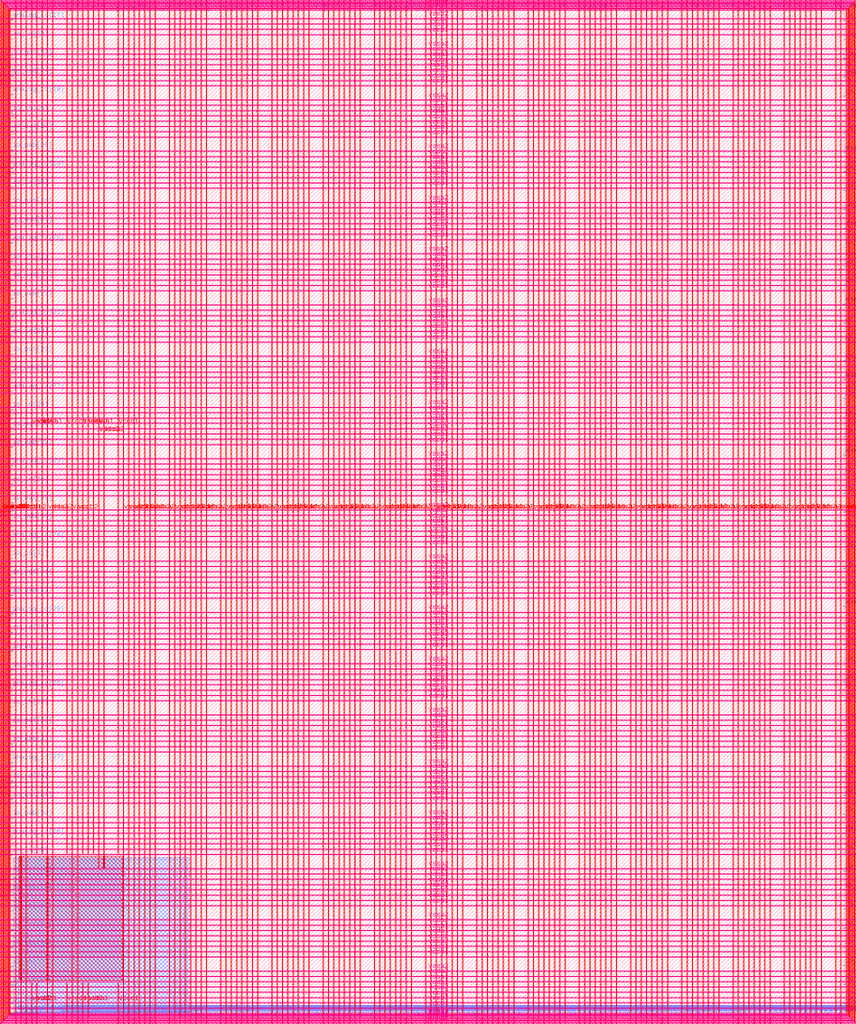
<source format=lef>
VERSION 5.7 ;
  NOWIREEXTENSIONATPIN ON ;
  DIVIDERCHAR "/" ;
  BUSBITCHARS "[]" ;
MACRO user_project_wrapper
  CLASS BLOCK ;
  FOREIGN user_project_wrapper ;
  ORIGIN 0.000 0.000 ;
  SIZE 2920.000 BY 3520.000 ;
  PIN analog_io[0]
    DIRECTION INOUT ;
    USE SIGNAL ;
    PORT
      LAYER met3 ;
        RECT 2917.600 1426.380 2924.800 1427.580 ;
    END
  END analog_io[0]
  PIN analog_io[10]
    DIRECTION INOUT ;
    USE SIGNAL ;
    PORT
      LAYER met2 ;
        RECT 2230.490 3517.600 2231.050 3524.800 ;
    END
  END analog_io[10]
  PIN analog_io[11]
    DIRECTION INOUT ;
    USE SIGNAL ;
    PORT
      LAYER met2 ;
        RECT 1905.730 3517.600 1906.290 3524.800 ;
    END
  END analog_io[11]
  PIN analog_io[12]
    DIRECTION INOUT ;
    USE SIGNAL ;
    PORT
      LAYER met2 ;
        RECT 1581.430 3517.600 1581.990 3524.800 ;
    END
  END analog_io[12]
  PIN analog_io[13]
    DIRECTION INOUT ;
    USE SIGNAL ;
    PORT
      LAYER met2 ;
        RECT 1257.130 3517.600 1257.690 3524.800 ;
    END
  END analog_io[13]
  PIN analog_io[14]
    DIRECTION INOUT ;
    USE SIGNAL ;
    PORT
      LAYER met2 ;
        RECT 932.370 3517.600 932.930 3524.800 ;
    END
  END analog_io[14]
  PIN analog_io[15]
    DIRECTION INOUT ;
    USE SIGNAL ;
    PORT
      LAYER met2 ;
        RECT 608.070 3517.600 608.630 3524.800 ;
    END
  END analog_io[15]
  PIN analog_io[16]
    DIRECTION INOUT ;
    USE SIGNAL ;
    PORT
      LAYER met2 ;
        RECT 283.770 3517.600 284.330 3524.800 ;
    END
  END analog_io[16]
  PIN analog_io[17]
    DIRECTION INOUT ;
    USE SIGNAL ;
    PORT
      LAYER met3 ;
        RECT -4.800 3486.100 2.400 3487.300 ;
    END
  END analog_io[17]
  PIN analog_io[18]
    DIRECTION INOUT ;
    USE SIGNAL ;
    PORT
      LAYER met3 ;
        RECT -4.800 3224.980 2.400 3226.180 ;
    END
  END analog_io[18]
  PIN analog_io[19]
    DIRECTION INOUT ;
    USE SIGNAL ;
    PORT
      LAYER met3 ;
        RECT -4.800 2964.540 2.400 2965.740 ;
    END
  END analog_io[19]
  PIN analog_io[1]
    DIRECTION INOUT ;
    USE SIGNAL ;
    PORT
      LAYER met3 ;
        RECT 2917.600 1692.260 2924.800 1693.460 ;
    END
  END analog_io[1]
  PIN analog_io[20]
    DIRECTION INOUT ;
    USE SIGNAL ;
    PORT
      LAYER met3 ;
        RECT -4.800 2703.420 2.400 2704.620 ;
    END
  END analog_io[20]
  PIN analog_io[21]
    DIRECTION INOUT ;
    USE SIGNAL ;
    PORT
      LAYER met3 ;
        RECT -4.800 2442.980 2.400 2444.180 ;
    END
  END analog_io[21]
  PIN analog_io[22]
    DIRECTION INOUT ;
    USE SIGNAL ;
    PORT
      LAYER met3 ;
        RECT -4.800 2182.540 2.400 2183.740 ;
    END
  END analog_io[22]
  PIN analog_io[23]
    DIRECTION INOUT ;
    USE SIGNAL ;
    PORT
      LAYER met3 ;
        RECT -4.800 1921.420 2.400 1922.620 ;
    END
  END analog_io[23]
  PIN analog_io[24]
    DIRECTION INOUT ;
    USE SIGNAL ;
    PORT
      LAYER met3 ;
        RECT -4.800 1660.980 2.400 1662.180 ;
    END
  END analog_io[24]
  PIN analog_io[25]
    DIRECTION INOUT ;
    USE SIGNAL ;
    PORT
      LAYER met3 ;
        RECT -4.800 1399.860 2.400 1401.060 ;
    END
  END analog_io[25]
  PIN analog_io[26]
    DIRECTION INOUT ;
    USE SIGNAL ;
    PORT
      LAYER met3 ;
        RECT -4.800 1139.420 2.400 1140.620 ;
    END
  END analog_io[26]
  PIN analog_io[27]
    DIRECTION INOUT ;
    USE SIGNAL ;
    PORT
      LAYER met3 ;
        RECT -4.800 878.980 2.400 880.180 ;
    END
  END analog_io[27]
  PIN analog_io[28]
    DIRECTION INOUT ;
    USE SIGNAL ;
    PORT
      LAYER met3 ;
        RECT -4.800 617.860 2.400 619.060 ;
    END
  END analog_io[28]
  PIN analog_io[2]
    DIRECTION INOUT ;
    USE SIGNAL ;
    PORT
      LAYER met3 ;
        RECT 2917.600 1958.140 2924.800 1959.340 ;
    END
  END analog_io[2]
  PIN analog_io[3]
    DIRECTION INOUT ;
    USE SIGNAL ;
    PORT
      LAYER met3 ;
        RECT 2917.600 2223.340 2924.800 2224.540 ;
    END
  END analog_io[3]
  PIN analog_io[4]
    DIRECTION INOUT ;
    USE SIGNAL ;
    PORT
      LAYER met3 ;
        RECT 2917.600 2489.220 2924.800 2490.420 ;
    END
  END analog_io[4]
  PIN analog_io[5]
    DIRECTION INOUT ;
    USE SIGNAL ;
    PORT
      LAYER met3 ;
        RECT 2917.600 2755.100 2924.800 2756.300 ;
    END
  END analog_io[5]
  PIN analog_io[6]
    DIRECTION INOUT ;
    USE SIGNAL ;
    PORT
      LAYER met3 ;
        RECT 2917.600 3020.300 2924.800 3021.500 ;
    END
  END analog_io[6]
  PIN analog_io[7]
    DIRECTION INOUT ;
    USE SIGNAL ;
    PORT
      LAYER met3 ;
        RECT 2917.600 3286.180 2924.800 3287.380 ;
    END
  END analog_io[7]
  PIN analog_io[8]
    DIRECTION INOUT ;
    USE SIGNAL ;
    PORT
      LAYER met2 ;
        RECT 2879.090 3517.600 2879.650 3524.800 ;
    END
  END analog_io[8]
  PIN analog_io[9]
    DIRECTION INOUT ;
    USE SIGNAL ;
    PORT
      LAYER met2 ;
        RECT 2554.790 3517.600 2555.350 3524.800 ;
    END
  END analog_io[9]
  PIN io_in[0]
    DIRECTION INPUT ;
    USE SIGNAL ;
    PORT
      LAYER met3 ;
        RECT 2917.600 32.380 2924.800 33.580 ;
    END
  END io_in[0]
  PIN io_in[10]
    DIRECTION INPUT ;
    USE SIGNAL ;
    PORT
      LAYER met3 ;
        RECT 2917.600 2289.980 2924.800 2291.180 ;
    END
  END io_in[10]
  PIN io_in[11]
    DIRECTION INPUT ;
    USE SIGNAL ;
    PORT
      LAYER met3 ;
        RECT 2917.600 2555.860 2924.800 2557.060 ;
    END
  END io_in[11]
  PIN io_in[12]
    DIRECTION INPUT ;
    USE SIGNAL ;
    PORT
      LAYER met3 ;
        RECT 2917.600 2821.060 2924.800 2822.260 ;
    END
  END io_in[12]
  PIN io_in[13]
    DIRECTION INPUT ;
    USE SIGNAL ;
    PORT
      LAYER met3 ;
        RECT 2917.600 3086.940 2924.800 3088.140 ;
    END
  END io_in[13]
  PIN io_in[14]
    DIRECTION INPUT ;
    USE SIGNAL ;
    PORT
      LAYER met3 ;
        RECT 2917.600 3352.820 2924.800 3354.020 ;
    END
  END io_in[14]
  PIN io_in[15]
    DIRECTION INPUT ;
    USE SIGNAL ;
    PORT
      LAYER met2 ;
        RECT 2798.130 3517.600 2798.690 3524.800 ;
    END
  END io_in[15]
  PIN io_in[16]
    DIRECTION INPUT ;
    USE SIGNAL ;
    PORT
      LAYER met2 ;
        RECT 2473.830 3517.600 2474.390 3524.800 ;
    END
  END io_in[16]
  PIN io_in[17]
    DIRECTION INPUT ;
    USE SIGNAL ;
    PORT
      LAYER met2 ;
        RECT 2149.070 3517.600 2149.630 3524.800 ;
    END
  END io_in[17]
  PIN io_in[18]
    DIRECTION INPUT ;
    USE SIGNAL ;
    PORT
      LAYER met2 ;
        RECT 1824.770 3517.600 1825.330 3524.800 ;
    END
  END io_in[18]
  PIN io_in[19]
    DIRECTION INPUT ;
    USE SIGNAL ;
    PORT
      LAYER met2 ;
        RECT 1500.470 3517.600 1501.030 3524.800 ;
    END
  END io_in[19]
  PIN io_in[1]
    DIRECTION INPUT ;
    USE SIGNAL ;
    PORT
      LAYER met3 ;
        RECT 2917.600 230.940 2924.800 232.140 ;
    END
  END io_in[1]
  PIN io_in[20]
    DIRECTION INPUT ;
    USE SIGNAL ;
    PORT
      LAYER met2 ;
        RECT 1175.710 3517.600 1176.270 3524.800 ;
    END
  END io_in[20]
  PIN io_in[21]
    DIRECTION INPUT ;
    USE SIGNAL ;
    PORT
      LAYER met2 ;
        RECT 851.410 3517.600 851.970 3524.800 ;
    END
  END io_in[21]
  PIN io_in[22]
    DIRECTION INPUT ;
    USE SIGNAL ;
    PORT
      LAYER met2 ;
        RECT 527.110 3517.600 527.670 3524.800 ;
    END
  END io_in[22]
  PIN io_in[23]
    DIRECTION INPUT ;
    USE SIGNAL ;
    PORT
      LAYER met2 ;
        RECT 202.350 3517.600 202.910 3524.800 ;
    END
  END io_in[23]
  PIN io_in[24]
    DIRECTION INPUT ;
    USE SIGNAL ;
    PORT
      LAYER met3 ;
        RECT -4.800 3420.820 2.400 3422.020 ;
    END
  END io_in[24]
  PIN io_in[25]
    DIRECTION INPUT ;
    USE SIGNAL ;
    PORT
      LAYER met3 ;
        RECT -4.800 3159.700 2.400 3160.900 ;
    END
  END io_in[25]
  PIN io_in[26]
    DIRECTION INPUT ;
    USE SIGNAL ;
    PORT
      LAYER met3 ;
        RECT -4.800 2899.260 2.400 2900.460 ;
    END
  END io_in[26]
  PIN io_in[27]
    DIRECTION INPUT ;
    USE SIGNAL ;
    PORT
      LAYER met3 ;
        RECT -4.800 2638.820 2.400 2640.020 ;
    END
  END io_in[27]
  PIN io_in[28]
    DIRECTION INPUT ;
    USE SIGNAL ;
    PORT
      LAYER met3 ;
        RECT -4.800 2377.700 2.400 2378.900 ;
    END
  END io_in[28]
  PIN io_in[29]
    DIRECTION INPUT ;
    USE SIGNAL ;
    PORT
      LAYER met3 ;
        RECT -4.800 2117.260 2.400 2118.460 ;
    END
  END io_in[29]
  PIN io_in[2]
    DIRECTION INPUT ;
    USE SIGNAL ;
    PORT
      LAYER met3 ;
        RECT 2917.600 430.180 2924.800 431.380 ;
    END
  END io_in[2]
  PIN io_in[30]
    DIRECTION INPUT ;
    USE SIGNAL ;
    PORT
      LAYER met3 ;
        RECT -4.800 1856.140 2.400 1857.340 ;
    END
  END io_in[30]
  PIN io_in[31]
    DIRECTION INPUT ;
    USE SIGNAL ;
    PORT
      LAYER met3 ;
        RECT -4.800 1595.700 2.400 1596.900 ;
    END
  END io_in[31]
  PIN io_in[32]
    DIRECTION INPUT ;
    USE SIGNAL ;
    PORT
      LAYER met3 ;
        RECT -4.800 1335.260 2.400 1336.460 ;
    END
  END io_in[32]
  PIN io_in[33]
    DIRECTION INPUT ;
    USE SIGNAL ;
    PORT
      LAYER met3 ;
        RECT -4.800 1074.140 2.400 1075.340 ;
    END
  END io_in[33]
  PIN io_in[34]
    DIRECTION INPUT ;
    USE SIGNAL ;
    PORT
      LAYER met3 ;
        RECT -4.800 813.700 2.400 814.900 ;
    END
  END io_in[34]
  PIN io_in[35]
    DIRECTION INPUT ;
    USE SIGNAL ;
    PORT
      LAYER met3 ;
        RECT -4.800 552.580 2.400 553.780 ;
    END
  END io_in[35]
  PIN io_in[36]
    DIRECTION INPUT ;
    USE SIGNAL ;
    PORT
      LAYER met3 ;
        RECT -4.800 357.420 2.400 358.620 ;
    END
  END io_in[36]
  PIN io_in[37]
    DIRECTION INPUT ;
    USE SIGNAL ;
    PORT
      LAYER met3 ;
        RECT -4.800 161.580 2.400 162.780 ;
    END
  END io_in[37]
  PIN io_in[3]
    DIRECTION INPUT ;
    USE SIGNAL ;
    PORT
      LAYER met3 ;
        RECT 2917.600 629.420 2924.800 630.620 ;
    END
  END io_in[3]
  PIN io_in[4]
    DIRECTION INPUT ;
    USE SIGNAL ;
    PORT
      LAYER met3 ;
        RECT 2917.600 828.660 2924.800 829.860 ;
    END
  END io_in[4]
  PIN io_in[5]
    DIRECTION INPUT ;
    USE SIGNAL ;
    PORT
      LAYER met3 ;
        RECT 2917.600 1027.900 2924.800 1029.100 ;
    END
  END io_in[5]
  PIN io_in[6]
    DIRECTION INPUT ;
    USE SIGNAL ;
    PORT
      LAYER met3 ;
        RECT 2917.600 1227.140 2924.800 1228.340 ;
    END
  END io_in[6]
  PIN io_in[7]
    DIRECTION INPUT ;
    USE SIGNAL ;
    PORT
      LAYER met3 ;
        RECT 2917.600 1493.020 2924.800 1494.220 ;
    END
  END io_in[7]
  PIN io_in[8]
    DIRECTION INPUT ;
    USE SIGNAL ;
    PORT
      LAYER met3 ;
        RECT 2917.600 1758.900 2924.800 1760.100 ;
    END
  END io_in[8]
  PIN io_in[9]
    DIRECTION INPUT ;
    USE SIGNAL ;
    PORT
      LAYER met3 ;
        RECT 2917.600 2024.100 2924.800 2025.300 ;
    END
  END io_in[9]
  PIN io_oeb[0]
    DIRECTION OUTPUT TRISTATE ;
    USE SIGNAL ;
    PORT
      LAYER met3 ;
        RECT 2917.600 164.980 2924.800 166.180 ;
    END
  END io_oeb[0]
  PIN io_oeb[10]
    DIRECTION OUTPUT TRISTATE ;
    USE SIGNAL ;
    PORT
      LAYER met3 ;
        RECT 2917.600 2422.580 2924.800 2423.780 ;
    END
  END io_oeb[10]
  PIN io_oeb[11]
    DIRECTION OUTPUT TRISTATE ;
    USE SIGNAL ;
    PORT
      LAYER met3 ;
        RECT 2917.600 2688.460 2924.800 2689.660 ;
    END
  END io_oeb[11]
  PIN io_oeb[12]
    DIRECTION OUTPUT TRISTATE ;
    USE SIGNAL ;
    PORT
      LAYER met3 ;
        RECT 2917.600 2954.340 2924.800 2955.540 ;
    END
  END io_oeb[12]
  PIN io_oeb[13]
    DIRECTION OUTPUT TRISTATE ;
    USE SIGNAL ;
    PORT
      LAYER met3 ;
        RECT 2917.600 3219.540 2924.800 3220.740 ;
    END
  END io_oeb[13]
  PIN io_oeb[14]
    DIRECTION OUTPUT TRISTATE ;
    USE SIGNAL ;
    PORT
      LAYER met3 ;
        RECT 2917.600 3485.420 2924.800 3486.620 ;
    END
  END io_oeb[14]
  PIN io_oeb[15]
    DIRECTION OUTPUT TRISTATE ;
    USE SIGNAL ;
    PORT
      LAYER met2 ;
        RECT 2635.750 3517.600 2636.310 3524.800 ;
    END
  END io_oeb[15]
  PIN io_oeb[16]
    DIRECTION OUTPUT TRISTATE ;
    USE SIGNAL ;
    PORT
      LAYER met2 ;
        RECT 2311.450 3517.600 2312.010 3524.800 ;
    END
  END io_oeb[16]
  PIN io_oeb[17]
    DIRECTION OUTPUT TRISTATE ;
    USE SIGNAL ;
    PORT
      LAYER met2 ;
        RECT 1987.150 3517.600 1987.710 3524.800 ;
    END
  END io_oeb[17]
  PIN io_oeb[18]
    DIRECTION OUTPUT TRISTATE ;
    USE SIGNAL ;
    PORT
      LAYER met2 ;
        RECT 1662.390 3517.600 1662.950 3524.800 ;
    END
  END io_oeb[18]
  PIN io_oeb[19]
    DIRECTION OUTPUT TRISTATE ;
    USE SIGNAL ;
    PORT
      LAYER met2 ;
        RECT 1338.090 3517.600 1338.650 3524.800 ;
    END
  END io_oeb[19]
  PIN io_oeb[1]
    DIRECTION OUTPUT TRISTATE ;
    USE SIGNAL ;
    PORT
      LAYER met3 ;
        RECT 2917.600 364.220 2924.800 365.420 ;
    END
  END io_oeb[1]
  PIN io_oeb[20]
    DIRECTION OUTPUT TRISTATE ;
    USE SIGNAL ;
    PORT
      LAYER met2 ;
        RECT 1013.790 3517.600 1014.350 3524.800 ;
    END
  END io_oeb[20]
  PIN io_oeb[21]
    DIRECTION OUTPUT TRISTATE ;
    USE SIGNAL ;
    PORT
      LAYER met2 ;
        RECT 689.030 3517.600 689.590 3524.800 ;
    END
  END io_oeb[21]
  PIN io_oeb[22]
    DIRECTION OUTPUT TRISTATE ;
    USE SIGNAL ;
    PORT
      LAYER met2 ;
        RECT 364.730 3517.600 365.290 3524.800 ;
    END
  END io_oeb[22]
  PIN io_oeb[23]
    DIRECTION OUTPUT TRISTATE ;
    USE SIGNAL ;
    PORT
      LAYER met2 ;
        RECT 40.430 3517.600 40.990 3524.800 ;
    END
  END io_oeb[23]
  PIN io_oeb[24]
    DIRECTION OUTPUT TRISTATE ;
    USE SIGNAL ;
    PORT
      LAYER met3 ;
        RECT -4.800 3290.260 2.400 3291.460 ;
    END
  END io_oeb[24]
  PIN io_oeb[25]
    DIRECTION OUTPUT TRISTATE ;
    USE SIGNAL ;
    PORT
      LAYER met3 ;
        RECT -4.800 3029.820 2.400 3031.020 ;
    END
  END io_oeb[25]
  PIN io_oeb[26]
    DIRECTION OUTPUT TRISTATE ;
    USE SIGNAL ;
    PORT
      LAYER met3 ;
        RECT -4.800 2768.700 2.400 2769.900 ;
    END
  END io_oeb[26]
  PIN io_oeb[27]
    DIRECTION OUTPUT TRISTATE ;
    USE SIGNAL ;
    PORT
      LAYER met3 ;
        RECT -4.800 2508.260 2.400 2509.460 ;
    END
  END io_oeb[27]
  PIN io_oeb[28]
    DIRECTION OUTPUT TRISTATE ;
    USE SIGNAL ;
    PORT
      LAYER met3 ;
        RECT -4.800 2247.140 2.400 2248.340 ;
    END
  END io_oeb[28]
  PIN io_oeb[29]
    DIRECTION OUTPUT TRISTATE ;
    USE SIGNAL ;
    PORT
      LAYER met3 ;
        RECT -4.800 1986.700 2.400 1987.900 ;
    END
  END io_oeb[29]
  PIN io_oeb[2]
    DIRECTION OUTPUT TRISTATE ;
    USE SIGNAL ;
    PORT
      LAYER met3 ;
        RECT 2917.600 563.460 2924.800 564.660 ;
    END
  END io_oeb[2]
  PIN io_oeb[30]
    DIRECTION OUTPUT TRISTATE ;
    USE SIGNAL ;
    PORT
      LAYER met3 ;
        RECT -4.800 1726.260 2.400 1727.460 ;
    END
  END io_oeb[30]
  PIN io_oeb[31]
    DIRECTION OUTPUT TRISTATE ;
    USE SIGNAL ;
    PORT
      LAYER met3 ;
        RECT -4.800 1465.140 2.400 1466.340 ;
    END
  END io_oeb[31]
  PIN io_oeb[32]
    DIRECTION OUTPUT TRISTATE ;
    USE SIGNAL ;
    PORT
      LAYER met3 ;
        RECT -4.800 1204.700 2.400 1205.900 ;
    END
  END io_oeb[32]
  PIN io_oeb[33]
    DIRECTION OUTPUT TRISTATE ;
    USE SIGNAL ;
    PORT
      LAYER met3 ;
        RECT -4.800 943.580 2.400 944.780 ;
    END
  END io_oeb[33]
  PIN io_oeb[34]
    DIRECTION OUTPUT TRISTATE ;
    USE SIGNAL ;
    PORT
      LAYER met3 ;
        RECT -4.800 683.140 2.400 684.340 ;
    END
  END io_oeb[34]
  PIN io_oeb[35]
    DIRECTION OUTPUT TRISTATE ;
    USE SIGNAL ;
    PORT
      LAYER met3 ;
        RECT -4.800 422.700 2.400 423.900 ;
    END
  END io_oeb[35]
  PIN io_oeb[36]
    DIRECTION OUTPUT TRISTATE ;
    USE SIGNAL ;
    PORT
      LAYER met3 ;
        RECT -4.800 226.860 2.400 228.060 ;
    END
  END io_oeb[36]
  PIN io_oeb[37]
    DIRECTION OUTPUT TRISTATE ;
    USE SIGNAL ;
    PORT
      LAYER met3 ;
        RECT -4.800 31.700 2.400 32.900 ;
    END
  END io_oeb[37]
  PIN io_oeb[3]
    DIRECTION OUTPUT TRISTATE ;
    USE SIGNAL ;
    PORT
      LAYER met3 ;
        RECT 2917.600 762.700 2924.800 763.900 ;
    END
  END io_oeb[3]
  PIN io_oeb[4]
    DIRECTION OUTPUT TRISTATE ;
    USE SIGNAL ;
    PORT
      LAYER met3 ;
        RECT 2917.600 961.940 2924.800 963.140 ;
    END
  END io_oeb[4]
  PIN io_oeb[5]
    DIRECTION OUTPUT TRISTATE ;
    USE SIGNAL ;
    PORT
      LAYER met3 ;
        RECT 2917.600 1161.180 2924.800 1162.380 ;
    END
  END io_oeb[5]
  PIN io_oeb[6]
    DIRECTION OUTPUT TRISTATE ;
    USE SIGNAL ;
    PORT
      LAYER met3 ;
        RECT 2917.600 1360.420 2924.800 1361.620 ;
    END
  END io_oeb[6]
  PIN io_oeb[7]
    DIRECTION OUTPUT TRISTATE ;
    USE SIGNAL ;
    PORT
      LAYER met3 ;
        RECT 2917.600 1625.620 2924.800 1626.820 ;
    END
  END io_oeb[7]
  PIN io_oeb[8]
    DIRECTION OUTPUT TRISTATE ;
    USE SIGNAL ;
    PORT
      LAYER met3 ;
        RECT 2917.600 1891.500 2924.800 1892.700 ;
    END
  END io_oeb[8]
  PIN io_oeb[9]
    DIRECTION OUTPUT TRISTATE ;
    USE SIGNAL ;
    PORT
      LAYER met3 ;
        RECT 2917.600 2157.380 2924.800 2158.580 ;
    END
  END io_oeb[9]
  PIN io_out[0]
    DIRECTION OUTPUT TRISTATE ;
    USE SIGNAL ;
    PORT
      LAYER met3 ;
        RECT 2917.600 98.340 2924.800 99.540 ;
    END
  END io_out[0]
  PIN io_out[10]
    DIRECTION OUTPUT TRISTATE ;
    USE SIGNAL ;
    PORT
      LAYER met3 ;
        RECT 2917.600 2356.620 2924.800 2357.820 ;
    END
  END io_out[10]
  PIN io_out[11]
    DIRECTION OUTPUT TRISTATE ;
    USE SIGNAL ;
    PORT
      LAYER met3 ;
        RECT 2917.600 2621.820 2924.800 2623.020 ;
    END
  END io_out[11]
  PIN io_out[12]
    DIRECTION OUTPUT TRISTATE ;
    USE SIGNAL ;
    PORT
      LAYER met3 ;
        RECT 2917.600 2887.700 2924.800 2888.900 ;
    END
  END io_out[12]
  PIN io_out[13]
    DIRECTION OUTPUT TRISTATE ;
    USE SIGNAL ;
    PORT
      LAYER met3 ;
        RECT 2917.600 3153.580 2924.800 3154.780 ;
    END
  END io_out[13]
  PIN io_out[14]
    DIRECTION OUTPUT TRISTATE ;
    USE SIGNAL ;
    PORT
      LAYER met3 ;
        RECT 2917.600 3418.780 2924.800 3419.980 ;
    END
  END io_out[14]
  PIN io_out[15]
    DIRECTION OUTPUT TRISTATE ;
    USE SIGNAL ;
    PORT
      LAYER met2 ;
        RECT 2717.170 3517.600 2717.730 3524.800 ;
    END
  END io_out[15]
  PIN io_out[16]
    DIRECTION OUTPUT TRISTATE ;
    USE SIGNAL ;
    PORT
      LAYER met2 ;
        RECT 2392.410 3517.600 2392.970 3524.800 ;
    END
  END io_out[16]
  PIN io_out[17]
    DIRECTION OUTPUT TRISTATE ;
    USE SIGNAL ;
    PORT
      LAYER met2 ;
        RECT 2068.110 3517.600 2068.670 3524.800 ;
    END
  END io_out[17]
  PIN io_out[18]
    DIRECTION OUTPUT TRISTATE ;
    USE SIGNAL ;
    PORT
      LAYER met2 ;
        RECT 1743.810 3517.600 1744.370 3524.800 ;
    END
  END io_out[18]
  PIN io_out[19]
    DIRECTION OUTPUT TRISTATE ;
    USE SIGNAL ;
    PORT
      LAYER met2 ;
        RECT 1419.050 3517.600 1419.610 3524.800 ;
    END
  END io_out[19]
  PIN io_out[1]
    DIRECTION OUTPUT TRISTATE ;
    USE SIGNAL ;
    PORT
      LAYER met3 ;
        RECT 2917.600 297.580 2924.800 298.780 ;
    END
  END io_out[1]
  PIN io_out[20]
    DIRECTION OUTPUT TRISTATE ;
    USE SIGNAL ;
    PORT
      LAYER met2 ;
        RECT 1094.750 3517.600 1095.310 3524.800 ;
    END
  END io_out[20]
  PIN io_out[21]
    DIRECTION OUTPUT TRISTATE ;
    USE SIGNAL ;
    PORT
      LAYER met2 ;
        RECT 770.450 3517.600 771.010 3524.800 ;
    END
  END io_out[21]
  PIN io_out[22]
    DIRECTION OUTPUT TRISTATE ;
    USE SIGNAL ;
    PORT
      LAYER met2 ;
        RECT 445.690 3517.600 446.250 3524.800 ;
    END
  END io_out[22]
  PIN io_out[23]
    DIRECTION OUTPUT TRISTATE ;
    USE SIGNAL ;
    PORT
      LAYER met2 ;
        RECT 121.390 3517.600 121.950 3524.800 ;
    END
  END io_out[23]
  PIN io_out[24]
    DIRECTION OUTPUT TRISTATE ;
    USE SIGNAL ;
    PORT
      LAYER met3 ;
        RECT -4.800 3355.540 2.400 3356.740 ;
    END
  END io_out[24]
  PIN io_out[25]
    DIRECTION OUTPUT TRISTATE ;
    USE SIGNAL ;
    PORT
      LAYER met3 ;
        RECT -4.800 3095.100 2.400 3096.300 ;
    END
  END io_out[25]
  PIN io_out[26]
    DIRECTION OUTPUT TRISTATE ;
    USE SIGNAL ;
    PORT
      LAYER met3 ;
        RECT -4.800 2833.980 2.400 2835.180 ;
    END
  END io_out[26]
  PIN io_out[27]
    DIRECTION OUTPUT TRISTATE ;
    USE SIGNAL ;
    PORT
      LAYER met3 ;
        RECT -4.800 2573.540 2.400 2574.740 ;
    END
  END io_out[27]
  PIN io_out[28]
    DIRECTION OUTPUT TRISTATE ;
    USE SIGNAL ;
    PORT
      LAYER met3 ;
        RECT -4.800 2312.420 2.400 2313.620 ;
    END
  END io_out[28]
  PIN io_out[29]
    DIRECTION OUTPUT TRISTATE ;
    USE SIGNAL ;
    PORT
      LAYER met3 ;
        RECT -4.800 2051.980 2.400 2053.180 ;
    END
  END io_out[29]
  PIN io_out[2]
    DIRECTION OUTPUT TRISTATE ;
    USE SIGNAL ;
    PORT
      LAYER met3 ;
        RECT 2917.600 496.820 2924.800 498.020 ;
    END
  END io_out[2]
  PIN io_out[30]
    DIRECTION OUTPUT TRISTATE ;
    USE SIGNAL ;
    PORT
      LAYER met3 ;
        RECT -4.800 1791.540 2.400 1792.740 ;
    END
  END io_out[30]
  PIN io_out[31]
    DIRECTION OUTPUT TRISTATE ;
    USE SIGNAL ;
    PORT
      LAYER met3 ;
        RECT -4.800 1530.420 2.400 1531.620 ;
    END
  END io_out[31]
  PIN io_out[32]
    DIRECTION OUTPUT TRISTATE ;
    USE SIGNAL ;
    PORT
      LAYER met3 ;
        RECT -4.800 1269.980 2.400 1271.180 ;
    END
  END io_out[32]
  PIN io_out[33]
    DIRECTION OUTPUT TRISTATE ;
    USE SIGNAL ;
    PORT
      LAYER met3 ;
        RECT -4.800 1008.860 2.400 1010.060 ;
    END
  END io_out[33]
  PIN io_out[34]
    DIRECTION OUTPUT TRISTATE ;
    USE SIGNAL ;
    PORT
      LAYER met3 ;
        RECT -4.800 748.420 2.400 749.620 ;
    END
  END io_out[34]
  PIN io_out[35]
    DIRECTION OUTPUT TRISTATE ;
    USE SIGNAL ;
    PORT
      LAYER met3 ;
        RECT -4.800 487.300 2.400 488.500 ;
    END
  END io_out[35]
  PIN io_out[36]
    DIRECTION OUTPUT TRISTATE ;
    USE SIGNAL ;
    PORT
      LAYER met3 ;
        RECT -4.800 292.140 2.400 293.340 ;
    END
  END io_out[36]
  PIN io_out[37]
    DIRECTION OUTPUT TRISTATE ;
    USE SIGNAL ;
    PORT
      LAYER met3 ;
        RECT -4.800 96.300 2.400 97.500 ;
    END
  END io_out[37]
  PIN io_out[3]
    DIRECTION OUTPUT TRISTATE ;
    USE SIGNAL ;
    PORT
      LAYER met3 ;
        RECT 2917.600 696.060 2924.800 697.260 ;
    END
  END io_out[3]
  PIN io_out[4]
    DIRECTION OUTPUT TRISTATE ;
    USE SIGNAL ;
    PORT
      LAYER met3 ;
        RECT 2917.600 895.300 2924.800 896.500 ;
    END
  END io_out[4]
  PIN io_out[5]
    DIRECTION OUTPUT TRISTATE ;
    USE SIGNAL ;
    PORT
      LAYER met3 ;
        RECT 2917.600 1094.540 2924.800 1095.740 ;
    END
  END io_out[5]
  PIN io_out[6]
    DIRECTION OUTPUT TRISTATE ;
    USE SIGNAL ;
    PORT
      LAYER met3 ;
        RECT 2917.600 1293.780 2924.800 1294.980 ;
    END
  END io_out[6]
  PIN io_out[7]
    DIRECTION OUTPUT TRISTATE ;
    USE SIGNAL ;
    PORT
      LAYER met3 ;
        RECT 2917.600 1559.660 2924.800 1560.860 ;
    END
  END io_out[7]
  PIN io_out[8]
    DIRECTION OUTPUT TRISTATE ;
    USE SIGNAL ;
    PORT
      LAYER met3 ;
        RECT 2917.600 1824.860 2924.800 1826.060 ;
    END
  END io_out[8]
  PIN io_out[9]
    DIRECTION OUTPUT TRISTATE ;
    USE SIGNAL ;
    PORT
      LAYER met3 ;
        RECT 2917.600 2090.740 2924.800 2091.940 ;
    END
  END io_out[9]
  PIN la_data_in[0]
    DIRECTION INPUT ;
    USE SIGNAL ;
    PORT
      LAYER met2 ;
        RECT 629.230 -4.800 629.790 2.400 ;
    END
  END la_data_in[0]
  PIN la_data_in[100]
    DIRECTION INPUT ;
    USE SIGNAL ;
    PORT
      LAYER met2 ;
        RECT 2402.530 -4.800 2403.090 2.400 ;
    END
  END la_data_in[100]
  PIN la_data_in[101]
    DIRECTION INPUT ;
    USE SIGNAL ;
    PORT
      LAYER met2 ;
        RECT 2420.010 -4.800 2420.570 2.400 ;
    END
  END la_data_in[101]
  PIN la_data_in[102]
    DIRECTION INPUT ;
    USE SIGNAL ;
    PORT
      LAYER met2 ;
        RECT 2437.950 -4.800 2438.510 2.400 ;
    END
  END la_data_in[102]
  PIN la_data_in[103]
    DIRECTION INPUT ;
    USE SIGNAL ;
    PORT
      LAYER met2 ;
        RECT 2455.430 -4.800 2455.990 2.400 ;
    END
  END la_data_in[103]
  PIN la_data_in[104]
    DIRECTION INPUT ;
    USE SIGNAL ;
    PORT
      LAYER met2 ;
        RECT 2473.370 -4.800 2473.930 2.400 ;
    END
  END la_data_in[104]
  PIN la_data_in[105]
    DIRECTION INPUT ;
    USE SIGNAL ;
    PORT
      LAYER met2 ;
        RECT 2490.850 -4.800 2491.410 2.400 ;
    END
  END la_data_in[105]
  PIN la_data_in[106]
    DIRECTION INPUT ;
    USE SIGNAL ;
    PORT
      LAYER met2 ;
        RECT 2508.790 -4.800 2509.350 2.400 ;
    END
  END la_data_in[106]
  PIN la_data_in[107]
    DIRECTION INPUT ;
    USE SIGNAL ;
    PORT
      LAYER met2 ;
        RECT 2526.730 -4.800 2527.290 2.400 ;
    END
  END la_data_in[107]
  PIN la_data_in[108]
    DIRECTION INPUT ;
    USE SIGNAL ;
    PORT
      LAYER met2 ;
        RECT 2544.210 -4.800 2544.770 2.400 ;
    END
  END la_data_in[108]
  PIN la_data_in[109]
    DIRECTION INPUT ;
    USE SIGNAL ;
    PORT
      LAYER met2 ;
        RECT 2562.150 -4.800 2562.710 2.400 ;
    END
  END la_data_in[109]
  PIN la_data_in[10]
    DIRECTION INPUT ;
    USE SIGNAL ;
    PORT
      LAYER met2 ;
        RECT 806.330 -4.800 806.890 2.400 ;
    END
  END la_data_in[10]
  PIN la_data_in[110]
    DIRECTION INPUT ;
    USE SIGNAL ;
    PORT
      LAYER met2 ;
        RECT 2579.630 -4.800 2580.190 2.400 ;
    END
  END la_data_in[110]
  PIN la_data_in[111]
    DIRECTION INPUT ;
    USE SIGNAL ;
    PORT
      LAYER met2 ;
        RECT 2597.570 -4.800 2598.130 2.400 ;
    END
  END la_data_in[111]
  PIN la_data_in[112]
    DIRECTION INPUT ;
    USE SIGNAL ;
    PORT
      LAYER met2 ;
        RECT 2615.050 -4.800 2615.610 2.400 ;
    END
  END la_data_in[112]
  PIN la_data_in[113]
    DIRECTION INPUT ;
    USE SIGNAL ;
    PORT
      LAYER met2 ;
        RECT 2632.990 -4.800 2633.550 2.400 ;
    END
  END la_data_in[113]
  PIN la_data_in[114]
    DIRECTION INPUT ;
    USE SIGNAL ;
    PORT
      LAYER met2 ;
        RECT 2650.470 -4.800 2651.030 2.400 ;
    END
  END la_data_in[114]
  PIN la_data_in[115]
    DIRECTION INPUT ;
    USE SIGNAL ;
    PORT
      LAYER met2 ;
        RECT 2668.410 -4.800 2668.970 2.400 ;
    END
  END la_data_in[115]
  PIN la_data_in[116]
    DIRECTION INPUT ;
    USE SIGNAL ;
    PORT
      LAYER met2 ;
        RECT 2685.890 -4.800 2686.450 2.400 ;
    END
  END la_data_in[116]
  PIN la_data_in[117]
    DIRECTION INPUT ;
    USE SIGNAL ;
    PORT
      LAYER met2 ;
        RECT 2703.830 -4.800 2704.390 2.400 ;
    END
  END la_data_in[117]
  PIN la_data_in[118]
    DIRECTION INPUT ;
    USE SIGNAL ;
    PORT
      LAYER met2 ;
        RECT 2721.770 -4.800 2722.330 2.400 ;
    END
  END la_data_in[118]
  PIN la_data_in[119]
    DIRECTION INPUT ;
    USE SIGNAL ;
    PORT
      LAYER met2 ;
        RECT 2739.250 -4.800 2739.810 2.400 ;
    END
  END la_data_in[119]
  PIN la_data_in[11]
    DIRECTION INPUT ;
    USE SIGNAL ;
    PORT
      LAYER met2 ;
        RECT 824.270 -4.800 824.830 2.400 ;
    END
  END la_data_in[11]
  PIN la_data_in[120]
    DIRECTION INPUT ;
    USE SIGNAL ;
    PORT
      LAYER met2 ;
        RECT 2757.190 -4.800 2757.750 2.400 ;
    END
  END la_data_in[120]
  PIN la_data_in[121]
    DIRECTION INPUT ;
    USE SIGNAL ;
    PORT
      LAYER met2 ;
        RECT 2774.670 -4.800 2775.230 2.400 ;
    END
  END la_data_in[121]
  PIN la_data_in[122]
    DIRECTION INPUT ;
    USE SIGNAL ;
    PORT
      LAYER met2 ;
        RECT 2792.610 -4.800 2793.170 2.400 ;
    END
  END la_data_in[122]
  PIN la_data_in[123]
    DIRECTION INPUT ;
    USE SIGNAL ;
    PORT
      LAYER met2 ;
        RECT 2810.090 -4.800 2810.650 2.400 ;
    END
  END la_data_in[123]
  PIN la_data_in[124]
    DIRECTION INPUT ;
    USE SIGNAL ;
    PORT
      LAYER met2 ;
        RECT 2828.030 -4.800 2828.590 2.400 ;
    END
  END la_data_in[124]
  PIN la_data_in[125]
    DIRECTION INPUT ;
    USE SIGNAL ;
    PORT
      LAYER met2 ;
        RECT 2845.510 -4.800 2846.070 2.400 ;
    END
  END la_data_in[125]
  PIN la_data_in[126]
    DIRECTION INPUT ;
    USE SIGNAL ;
    PORT
      LAYER met2 ;
        RECT 2863.450 -4.800 2864.010 2.400 ;
    END
  END la_data_in[126]
  PIN la_data_in[127]
    DIRECTION INPUT ;
    USE SIGNAL ;
    PORT
      LAYER met2 ;
        RECT 2881.390 -4.800 2881.950 2.400 ;
    END
  END la_data_in[127]
  PIN la_data_in[12]
    DIRECTION INPUT ;
    USE SIGNAL ;
    PORT
      LAYER met2 ;
        RECT 841.750 -4.800 842.310 2.400 ;
    END
  END la_data_in[12]
  PIN la_data_in[13]
    DIRECTION INPUT ;
    USE SIGNAL ;
    PORT
      LAYER met2 ;
        RECT 859.690 -4.800 860.250 2.400 ;
    END
  END la_data_in[13]
  PIN la_data_in[14]
    DIRECTION INPUT ;
    USE SIGNAL ;
    PORT
      LAYER met2 ;
        RECT 877.170 -4.800 877.730 2.400 ;
    END
  END la_data_in[14]
  PIN la_data_in[15]
    DIRECTION INPUT ;
    USE SIGNAL ;
    PORT
      LAYER met2 ;
        RECT 895.110 -4.800 895.670 2.400 ;
    END
  END la_data_in[15]
  PIN la_data_in[16]
    DIRECTION INPUT ;
    USE SIGNAL ;
    PORT
      LAYER met2 ;
        RECT 912.590 -4.800 913.150 2.400 ;
    END
  END la_data_in[16]
  PIN la_data_in[17]
    DIRECTION INPUT ;
    USE SIGNAL ;
    PORT
      LAYER met2 ;
        RECT 930.530 -4.800 931.090 2.400 ;
    END
  END la_data_in[17]
  PIN la_data_in[18]
    DIRECTION INPUT ;
    USE SIGNAL ;
    PORT
      LAYER met2 ;
        RECT 948.470 -4.800 949.030 2.400 ;
    END
  END la_data_in[18]
  PIN la_data_in[19]
    DIRECTION INPUT ;
    USE SIGNAL ;
    PORT
      LAYER met2 ;
        RECT 965.950 -4.800 966.510 2.400 ;
    END
  END la_data_in[19]
  PIN la_data_in[1]
    DIRECTION INPUT ;
    USE SIGNAL ;
    PORT
      LAYER met2 ;
        RECT 646.710 -4.800 647.270 2.400 ;
    END
  END la_data_in[1]
  PIN la_data_in[20]
    DIRECTION INPUT ;
    USE SIGNAL ;
    PORT
      LAYER met2 ;
        RECT 983.890 -4.800 984.450 2.400 ;
    END
  END la_data_in[20]
  PIN la_data_in[21]
    DIRECTION INPUT ;
    USE SIGNAL ;
    PORT
      LAYER met2 ;
        RECT 1001.370 -4.800 1001.930 2.400 ;
    END
  END la_data_in[21]
  PIN la_data_in[22]
    DIRECTION INPUT ;
    USE SIGNAL ;
    PORT
      LAYER met2 ;
        RECT 1019.310 -4.800 1019.870 2.400 ;
    END
  END la_data_in[22]
  PIN la_data_in[23]
    DIRECTION INPUT ;
    USE SIGNAL ;
    PORT
      LAYER met2 ;
        RECT 1036.790 -4.800 1037.350 2.400 ;
    END
  END la_data_in[23]
  PIN la_data_in[24]
    DIRECTION INPUT ;
    USE SIGNAL ;
    PORT
      LAYER met2 ;
        RECT 1054.730 -4.800 1055.290 2.400 ;
    END
  END la_data_in[24]
  PIN la_data_in[25]
    DIRECTION INPUT ;
    USE SIGNAL ;
    PORT
      LAYER met2 ;
        RECT 1072.210 -4.800 1072.770 2.400 ;
    END
  END la_data_in[25]
  PIN la_data_in[26]
    DIRECTION INPUT ;
    USE SIGNAL ;
    PORT
      LAYER met2 ;
        RECT 1090.150 -4.800 1090.710 2.400 ;
    END
  END la_data_in[26]
  PIN la_data_in[27]
    DIRECTION INPUT ;
    USE SIGNAL ;
    PORT
      LAYER met2 ;
        RECT 1107.630 -4.800 1108.190 2.400 ;
    END
  END la_data_in[27]
  PIN la_data_in[28]
    DIRECTION INPUT ;
    USE SIGNAL ;
    PORT
      LAYER met2 ;
        RECT 1125.570 -4.800 1126.130 2.400 ;
    END
  END la_data_in[28]
  PIN la_data_in[29]
    DIRECTION INPUT ;
    USE SIGNAL ;
    PORT
      LAYER met2 ;
        RECT 1143.510 -4.800 1144.070 2.400 ;
    END
  END la_data_in[29]
  PIN la_data_in[2]
    DIRECTION INPUT ;
    USE SIGNAL ;
    PORT
      LAYER met2 ;
        RECT 664.650 -4.800 665.210 2.400 ;
    END
  END la_data_in[2]
  PIN la_data_in[30]
    DIRECTION INPUT ;
    USE SIGNAL ;
    PORT
      LAYER met2 ;
        RECT 1160.990 -4.800 1161.550 2.400 ;
    END
  END la_data_in[30]
  PIN la_data_in[31]
    DIRECTION INPUT ;
    USE SIGNAL ;
    PORT
      LAYER met2 ;
        RECT 1178.930 -4.800 1179.490 2.400 ;
    END
  END la_data_in[31]
  PIN la_data_in[32]
    DIRECTION INPUT ;
    USE SIGNAL ;
    PORT
      LAYER met2 ;
        RECT 1196.410 -4.800 1196.970 2.400 ;
    END
  END la_data_in[32]
  PIN la_data_in[33]
    DIRECTION INPUT ;
    USE SIGNAL ;
    PORT
      LAYER met2 ;
        RECT 1214.350 -4.800 1214.910 2.400 ;
    END
  END la_data_in[33]
  PIN la_data_in[34]
    DIRECTION INPUT ;
    USE SIGNAL ;
    PORT
      LAYER met2 ;
        RECT 1231.830 -4.800 1232.390 2.400 ;
    END
  END la_data_in[34]
  PIN la_data_in[35]
    DIRECTION INPUT ;
    USE SIGNAL ;
    PORT
      LAYER met2 ;
        RECT 1249.770 -4.800 1250.330 2.400 ;
    END
  END la_data_in[35]
  PIN la_data_in[36]
    DIRECTION INPUT ;
    USE SIGNAL ;
    PORT
      LAYER met2 ;
        RECT 1267.250 -4.800 1267.810 2.400 ;
    END
  END la_data_in[36]
  PIN la_data_in[37]
    DIRECTION INPUT ;
    USE SIGNAL ;
    PORT
      LAYER met2 ;
        RECT 1285.190 -4.800 1285.750 2.400 ;
    END
  END la_data_in[37]
  PIN la_data_in[38]
    DIRECTION INPUT ;
    USE SIGNAL ;
    PORT
      LAYER met2 ;
        RECT 1303.130 -4.800 1303.690 2.400 ;
    END
  END la_data_in[38]
  PIN la_data_in[39]
    DIRECTION INPUT ;
    USE SIGNAL ;
    PORT
      LAYER met2 ;
        RECT 1320.610 -4.800 1321.170 2.400 ;
    END
  END la_data_in[39]
  PIN la_data_in[3]
    DIRECTION INPUT ;
    USE SIGNAL ;
    PORT
      LAYER met2 ;
        RECT 682.130 -4.800 682.690 2.400 ;
    END
  END la_data_in[3]
  PIN la_data_in[40]
    DIRECTION INPUT ;
    USE SIGNAL ;
    PORT
      LAYER met2 ;
        RECT 1338.550 -4.800 1339.110 2.400 ;
    END
  END la_data_in[40]
  PIN la_data_in[41]
    DIRECTION INPUT ;
    USE SIGNAL ;
    PORT
      LAYER met2 ;
        RECT 1356.030 -4.800 1356.590 2.400 ;
    END
  END la_data_in[41]
  PIN la_data_in[42]
    DIRECTION INPUT ;
    USE SIGNAL ;
    PORT
      LAYER met2 ;
        RECT 1373.970 -4.800 1374.530 2.400 ;
    END
  END la_data_in[42]
  PIN la_data_in[43]
    DIRECTION INPUT ;
    USE SIGNAL ;
    PORT
      LAYER met2 ;
        RECT 1391.450 -4.800 1392.010 2.400 ;
    END
  END la_data_in[43]
  PIN la_data_in[44]
    DIRECTION INPUT ;
    USE SIGNAL ;
    PORT
      LAYER met2 ;
        RECT 1409.390 -4.800 1409.950 2.400 ;
    END
  END la_data_in[44]
  PIN la_data_in[45]
    DIRECTION INPUT ;
    USE SIGNAL ;
    PORT
      LAYER met2 ;
        RECT 1426.870 -4.800 1427.430 2.400 ;
    END
  END la_data_in[45]
  PIN la_data_in[46]
    DIRECTION INPUT ;
    USE SIGNAL ;
    PORT
      LAYER met2 ;
        RECT 1444.810 -4.800 1445.370 2.400 ;
    END
  END la_data_in[46]
  PIN la_data_in[47]
    DIRECTION INPUT ;
    USE SIGNAL ;
    PORT
      LAYER met2 ;
        RECT 1462.750 -4.800 1463.310 2.400 ;
    END
  END la_data_in[47]
  PIN la_data_in[48]
    DIRECTION INPUT ;
    USE SIGNAL ;
    PORT
      LAYER met2 ;
        RECT 1480.230 -4.800 1480.790 2.400 ;
    END
  END la_data_in[48]
  PIN la_data_in[49]
    DIRECTION INPUT ;
    USE SIGNAL ;
    PORT
      LAYER met2 ;
        RECT 1498.170 -4.800 1498.730 2.400 ;
    END
  END la_data_in[49]
  PIN la_data_in[4]
    DIRECTION INPUT ;
    USE SIGNAL ;
    PORT
      LAYER met2 ;
        RECT 700.070 -4.800 700.630 2.400 ;
    END
  END la_data_in[4]
  PIN la_data_in[50]
    DIRECTION INPUT ;
    USE SIGNAL ;
    PORT
      LAYER met2 ;
        RECT 1515.650 -4.800 1516.210 2.400 ;
    END
  END la_data_in[50]
  PIN la_data_in[51]
    DIRECTION INPUT ;
    USE SIGNAL ;
    PORT
      LAYER met2 ;
        RECT 1533.590 -4.800 1534.150 2.400 ;
    END
  END la_data_in[51]
  PIN la_data_in[52]
    DIRECTION INPUT ;
    USE SIGNAL ;
    PORT
      LAYER met2 ;
        RECT 1551.070 -4.800 1551.630 2.400 ;
    END
  END la_data_in[52]
  PIN la_data_in[53]
    DIRECTION INPUT ;
    USE SIGNAL ;
    PORT
      LAYER met2 ;
        RECT 1569.010 -4.800 1569.570 2.400 ;
    END
  END la_data_in[53]
  PIN la_data_in[54]
    DIRECTION INPUT ;
    USE SIGNAL ;
    PORT
      LAYER met2 ;
        RECT 1586.490 -4.800 1587.050 2.400 ;
    END
  END la_data_in[54]
  PIN la_data_in[55]
    DIRECTION INPUT ;
    USE SIGNAL ;
    PORT
      LAYER met2 ;
        RECT 1604.430 -4.800 1604.990 2.400 ;
    END
  END la_data_in[55]
  PIN la_data_in[56]
    DIRECTION INPUT ;
    USE SIGNAL ;
    PORT
      LAYER met2 ;
        RECT 1621.910 -4.800 1622.470 2.400 ;
    END
  END la_data_in[56]
  PIN la_data_in[57]
    DIRECTION INPUT ;
    USE SIGNAL ;
    PORT
      LAYER met2 ;
        RECT 1639.850 -4.800 1640.410 2.400 ;
    END
  END la_data_in[57]
  PIN la_data_in[58]
    DIRECTION INPUT ;
    USE SIGNAL ;
    PORT
      LAYER met2 ;
        RECT 1657.790 -4.800 1658.350 2.400 ;
    END
  END la_data_in[58]
  PIN la_data_in[59]
    DIRECTION INPUT ;
    USE SIGNAL ;
    PORT
      LAYER met2 ;
        RECT 1675.270 -4.800 1675.830 2.400 ;
    END
  END la_data_in[59]
  PIN la_data_in[5]
    DIRECTION INPUT ;
    USE SIGNAL ;
    PORT
      LAYER met2 ;
        RECT 717.550 -4.800 718.110 2.400 ;
    END
  END la_data_in[5]
  PIN la_data_in[60]
    DIRECTION INPUT ;
    USE SIGNAL ;
    PORT
      LAYER met2 ;
        RECT 1693.210 -4.800 1693.770 2.400 ;
    END
  END la_data_in[60]
  PIN la_data_in[61]
    DIRECTION INPUT ;
    USE SIGNAL ;
    PORT
      LAYER met2 ;
        RECT 1710.690 -4.800 1711.250 2.400 ;
    END
  END la_data_in[61]
  PIN la_data_in[62]
    DIRECTION INPUT ;
    USE SIGNAL ;
    PORT
      LAYER met2 ;
        RECT 1728.630 -4.800 1729.190 2.400 ;
    END
  END la_data_in[62]
  PIN la_data_in[63]
    DIRECTION INPUT ;
    USE SIGNAL ;
    PORT
      LAYER met2 ;
        RECT 1746.110 -4.800 1746.670 2.400 ;
    END
  END la_data_in[63]
  PIN la_data_in[64]
    DIRECTION INPUT ;
    USE SIGNAL ;
    PORT
      LAYER met2 ;
        RECT 1764.050 -4.800 1764.610 2.400 ;
    END
  END la_data_in[64]
  PIN la_data_in[65]
    DIRECTION INPUT ;
    USE SIGNAL ;
    PORT
      LAYER met2 ;
        RECT 1781.530 -4.800 1782.090 2.400 ;
    END
  END la_data_in[65]
  PIN la_data_in[66]
    DIRECTION INPUT ;
    USE SIGNAL ;
    PORT
      LAYER met2 ;
        RECT 1799.470 -4.800 1800.030 2.400 ;
    END
  END la_data_in[66]
  PIN la_data_in[67]
    DIRECTION INPUT ;
    USE SIGNAL ;
    PORT
      LAYER met2 ;
        RECT 1817.410 -4.800 1817.970 2.400 ;
    END
  END la_data_in[67]
  PIN la_data_in[68]
    DIRECTION INPUT ;
    USE SIGNAL ;
    PORT
      LAYER met2 ;
        RECT 1834.890 -4.800 1835.450 2.400 ;
    END
  END la_data_in[68]
  PIN la_data_in[69]
    DIRECTION INPUT ;
    USE SIGNAL ;
    PORT
      LAYER met2 ;
        RECT 1852.830 -4.800 1853.390 2.400 ;
    END
  END la_data_in[69]
  PIN la_data_in[6]
    DIRECTION INPUT ;
    USE SIGNAL ;
    PORT
      LAYER met2 ;
        RECT 735.490 -4.800 736.050 2.400 ;
    END
  END la_data_in[6]
  PIN la_data_in[70]
    DIRECTION INPUT ;
    USE SIGNAL ;
    PORT
      LAYER met2 ;
        RECT 1870.310 -4.800 1870.870 2.400 ;
    END
  END la_data_in[70]
  PIN la_data_in[71]
    DIRECTION INPUT ;
    USE SIGNAL ;
    PORT
      LAYER met2 ;
        RECT 1888.250 -4.800 1888.810 2.400 ;
    END
  END la_data_in[71]
  PIN la_data_in[72]
    DIRECTION INPUT ;
    USE SIGNAL ;
    PORT
      LAYER met2 ;
        RECT 1905.730 -4.800 1906.290 2.400 ;
    END
  END la_data_in[72]
  PIN la_data_in[73]
    DIRECTION INPUT ;
    USE SIGNAL ;
    PORT
      LAYER met2 ;
        RECT 1923.670 -4.800 1924.230 2.400 ;
    END
  END la_data_in[73]
  PIN la_data_in[74]
    DIRECTION INPUT ;
    USE SIGNAL ;
    PORT
      LAYER met2 ;
        RECT 1941.150 -4.800 1941.710 2.400 ;
    END
  END la_data_in[74]
  PIN la_data_in[75]
    DIRECTION INPUT ;
    USE SIGNAL ;
    PORT
      LAYER met2 ;
        RECT 1959.090 -4.800 1959.650 2.400 ;
    END
  END la_data_in[75]
  PIN la_data_in[76]
    DIRECTION INPUT ;
    USE SIGNAL ;
    PORT
      LAYER met2 ;
        RECT 1976.570 -4.800 1977.130 2.400 ;
    END
  END la_data_in[76]
  PIN la_data_in[77]
    DIRECTION INPUT ;
    USE SIGNAL ;
    PORT
      LAYER met2 ;
        RECT 1994.510 -4.800 1995.070 2.400 ;
    END
  END la_data_in[77]
  PIN la_data_in[78]
    DIRECTION INPUT ;
    USE SIGNAL ;
    PORT
      LAYER met2 ;
        RECT 2012.450 -4.800 2013.010 2.400 ;
    END
  END la_data_in[78]
  PIN la_data_in[79]
    DIRECTION INPUT ;
    USE SIGNAL ;
    PORT
      LAYER met2 ;
        RECT 2029.930 -4.800 2030.490 2.400 ;
    END
  END la_data_in[79]
  PIN la_data_in[7]
    DIRECTION INPUT ;
    USE SIGNAL ;
    PORT
      LAYER met2 ;
        RECT 752.970 -4.800 753.530 2.400 ;
    END
  END la_data_in[7]
  PIN la_data_in[80]
    DIRECTION INPUT ;
    USE SIGNAL ;
    PORT
      LAYER met2 ;
        RECT 2047.870 -4.800 2048.430 2.400 ;
    END
  END la_data_in[80]
  PIN la_data_in[81]
    DIRECTION INPUT ;
    USE SIGNAL ;
    PORT
      LAYER met2 ;
        RECT 2065.350 -4.800 2065.910 2.400 ;
    END
  END la_data_in[81]
  PIN la_data_in[82]
    DIRECTION INPUT ;
    USE SIGNAL ;
    PORT
      LAYER met2 ;
        RECT 2083.290 -4.800 2083.850 2.400 ;
    END
  END la_data_in[82]
  PIN la_data_in[83]
    DIRECTION INPUT ;
    USE SIGNAL ;
    PORT
      LAYER met2 ;
        RECT 2100.770 -4.800 2101.330 2.400 ;
    END
  END la_data_in[83]
  PIN la_data_in[84]
    DIRECTION INPUT ;
    USE SIGNAL ;
    PORT
      LAYER met2 ;
        RECT 2118.710 -4.800 2119.270 2.400 ;
    END
  END la_data_in[84]
  PIN la_data_in[85]
    DIRECTION INPUT ;
    USE SIGNAL ;
    PORT
      LAYER met2 ;
        RECT 2136.190 -4.800 2136.750 2.400 ;
    END
  END la_data_in[85]
  PIN la_data_in[86]
    DIRECTION INPUT ;
    USE SIGNAL ;
    PORT
      LAYER met2 ;
        RECT 2154.130 -4.800 2154.690 2.400 ;
    END
  END la_data_in[86]
  PIN la_data_in[87]
    DIRECTION INPUT ;
    USE SIGNAL ;
    PORT
      LAYER met2 ;
        RECT 2172.070 -4.800 2172.630 2.400 ;
    END
  END la_data_in[87]
  PIN la_data_in[88]
    DIRECTION INPUT ;
    USE SIGNAL ;
    PORT
      LAYER met2 ;
        RECT 2189.550 -4.800 2190.110 2.400 ;
    END
  END la_data_in[88]
  PIN la_data_in[89]
    DIRECTION INPUT ;
    USE SIGNAL ;
    PORT
      LAYER met2 ;
        RECT 2207.490 -4.800 2208.050 2.400 ;
    END
  END la_data_in[89]
  PIN la_data_in[8]
    DIRECTION INPUT ;
    USE SIGNAL ;
    PORT
      LAYER met2 ;
        RECT 770.910 -4.800 771.470 2.400 ;
    END
  END la_data_in[8]
  PIN la_data_in[90]
    DIRECTION INPUT ;
    USE SIGNAL ;
    PORT
      LAYER met2 ;
        RECT 2224.970 -4.800 2225.530 2.400 ;
    END
  END la_data_in[90]
  PIN la_data_in[91]
    DIRECTION INPUT ;
    USE SIGNAL ;
    PORT
      LAYER met2 ;
        RECT 2242.910 -4.800 2243.470 2.400 ;
    END
  END la_data_in[91]
  PIN la_data_in[92]
    DIRECTION INPUT ;
    USE SIGNAL ;
    PORT
      LAYER met2 ;
        RECT 2260.390 -4.800 2260.950 2.400 ;
    END
  END la_data_in[92]
  PIN la_data_in[93]
    DIRECTION INPUT ;
    USE SIGNAL ;
    PORT
      LAYER met2 ;
        RECT 2278.330 -4.800 2278.890 2.400 ;
    END
  END la_data_in[93]
  PIN la_data_in[94]
    DIRECTION INPUT ;
    USE SIGNAL ;
    PORT
      LAYER met2 ;
        RECT 2295.810 -4.800 2296.370 2.400 ;
    END
  END la_data_in[94]
  PIN la_data_in[95]
    DIRECTION INPUT ;
    USE SIGNAL ;
    PORT
      LAYER met2 ;
        RECT 2313.750 -4.800 2314.310 2.400 ;
    END
  END la_data_in[95]
  PIN la_data_in[96]
    DIRECTION INPUT ;
    USE SIGNAL ;
    PORT
      LAYER met2 ;
        RECT 2331.230 -4.800 2331.790 2.400 ;
    END
  END la_data_in[96]
  PIN la_data_in[97]
    DIRECTION INPUT ;
    USE SIGNAL ;
    PORT
      LAYER met2 ;
        RECT 2349.170 -4.800 2349.730 2.400 ;
    END
  END la_data_in[97]
  PIN la_data_in[98]
    DIRECTION INPUT ;
    USE SIGNAL ;
    PORT
      LAYER met2 ;
        RECT 2367.110 -4.800 2367.670 2.400 ;
    END
  END la_data_in[98]
  PIN la_data_in[99]
    DIRECTION INPUT ;
    USE SIGNAL ;
    PORT
      LAYER met2 ;
        RECT 2384.590 -4.800 2385.150 2.400 ;
    END
  END la_data_in[99]
  PIN la_data_in[9]
    DIRECTION INPUT ;
    USE SIGNAL ;
    PORT
      LAYER met2 ;
        RECT 788.850 -4.800 789.410 2.400 ;
    END
  END la_data_in[9]
  PIN la_data_out[0]
    DIRECTION OUTPUT TRISTATE ;
    USE SIGNAL ;
    PORT
      LAYER met2 ;
        RECT 634.750 -4.800 635.310 2.400 ;
    END
  END la_data_out[0]
  PIN la_data_out[100]
    DIRECTION OUTPUT TRISTATE ;
    USE SIGNAL ;
    PORT
      LAYER met2 ;
        RECT 2408.510 -4.800 2409.070 2.400 ;
    END
  END la_data_out[100]
  PIN la_data_out[101]
    DIRECTION OUTPUT TRISTATE ;
    USE SIGNAL ;
    PORT
      LAYER met2 ;
        RECT 2425.990 -4.800 2426.550 2.400 ;
    END
  END la_data_out[101]
  PIN la_data_out[102]
    DIRECTION OUTPUT TRISTATE ;
    USE SIGNAL ;
    PORT
      LAYER met2 ;
        RECT 2443.930 -4.800 2444.490 2.400 ;
    END
  END la_data_out[102]
  PIN la_data_out[103]
    DIRECTION OUTPUT TRISTATE ;
    USE SIGNAL ;
    PORT
      LAYER met2 ;
        RECT 2461.410 -4.800 2461.970 2.400 ;
    END
  END la_data_out[103]
  PIN la_data_out[104]
    DIRECTION OUTPUT TRISTATE ;
    USE SIGNAL ;
    PORT
      LAYER met2 ;
        RECT 2479.350 -4.800 2479.910 2.400 ;
    END
  END la_data_out[104]
  PIN la_data_out[105]
    DIRECTION OUTPUT TRISTATE ;
    USE SIGNAL ;
    PORT
      LAYER met2 ;
        RECT 2496.830 -4.800 2497.390 2.400 ;
    END
  END la_data_out[105]
  PIN la_data_out[106]
    DIRECTION OUTPUT TRISTATE ;
    USE SIGNAL ;
    PORT
      LAYER met2 ;
        RECT 2514.770 -4.800 2515.330 2.400 ;
    END
  END la_data_out[106]
  PIN la_data_out[107]
    DIRECTION OUTPUT TRISTATE ;
    USE SIGNAL ;
    PORT
      LAYER met2 ;
        RECT 2532.250 -4.800 2532.810 2.400 ;
    END
  END la_data_out[107]
  PIN la_data_out[108]
    DIRECTION OUTPUT TRISTATE ;
    USE SIGNAL ;
    PORT
      LAYER met2 ;
        RECT 2550.190 -4.800 2550.750 2.400 ;
    END
  END la_data_out[108]
  PIN la_data_out[109]
    DIRECTION OUTPUT TRISTATE ;
    USE SIGNAL ;
    PORT
      LAYER met2 ;
        RECT 2567.670 -4.800 2568.230 2.400 ;
    END
  END la_data_out[109]
  PIN la_data_out[10]
    DIRECTION OUTPUT TRISTATE ;
    USE SIGNAL ;
    PORT
      LAYER met2 ;
        RECT 812.310 -4.800 812.870 2.400 ;
    END
  END la_data_out[10]
  PIN la_data_out[110]
    DIRECTION OUTPUT TRISTATE ;
    USE SIGNAL ;
    PORT
      LAYER met2 ;
        RECT 2585.610 -4.800 2586.170 2.400 ;
    END
  END la_data_out[110]
  PIN la_data_out[111]
    DIRECTION OUTPUT TRISTATE ;
    USE SIGNAL ;
    PORT
      LAYER met2 ;
        RECT 2603.550 -4.800 2604.110 2.400 ;
    END
  END la_data_out[111]
  PIN la_data_out[112]
    DIRECTION OUTPUT TRISTATE ;
    USE SIGNAL ;
    PORT
      LAYER met2 ;
        RECT 2621.030 -4.800 2621.590 2.400 ;
    END
  END la_data_out[112]
  PIN la_data_out[113]
    DIRECTION OUTPUT TRISTATE ;
    USE SIGNAL ;
    PORT
      LAYER met2 ;
        RECT 2638.970 -4.800 2639.530 2.400 ;
    END
  END la_data_out[113]
  PIN la_data_out[114]
    DIRECTION OUTPUT TRISTATE ;
    USE SIGNAL ;
    PORT
      LAYER met2 ;
        RECT 2656.450 -4.800 2657.010 2.400 ;
    END
  END la_data_out[114]
  PIN la_data_out[115]
    DIRECTION OUTPUT TRISTATE ;
    USE SIGNAL ;
    PORT
      LAYER met2 ;
        RECT 2674.390 -4.800 2674.950 2.400 ;
    END
  END la_data_out[115]
  PIN la_data_out[116]
    DIRECTION OUTPUT TRISTATE ;
    USE SIGNAL ;
    PORT
      LAYER met2 ;
        RECT 2691.870 -4.800 2692.430 2.400 ;
    END
  END la_data_out[116]
  PIN la_data_out[117]
    DIRECTION OUTPUT TRISTATE ;
    USE SIGNAL ;
    PORT
      LAYER met2 ;
        RECT 2709.810 -4.800 2710.370 2.400 ;
    END
  END la_data_out[117]
  PIN la_data_out[118]
    DIRECTION OUTPUT TRISTATE ;
    USE SIGNAL ;
    PORT
      LAYER met2 ;
        RECT 2727.290 -4.800 2727.850 2.400 ;
    END
  END la_data_out[118]
  PIN la_data_out[119]
    DIRECTION OUTPUT TRISTATE ;
    USE SIGNAL ;
    PORT
      LAYER met2 ;
        RECT 2745.230 -4.800 2745.790 2.400 ;
    END
  END la_data_out[119]
  PIN la_data_out[11]
    DIRECTION OUTPUT TRISTATE ;
    USE SIGNAL ;
    PORT
      LAYER met2 ;
        RECT 830.250 -4.800 830.810 2.400 ;
    END
  END la_data_out[11]
  PIN la_data_out[120]
    DIRECTION OUTPUT TRISTATE ;
    USE SIGNAL ;
    PORT
      LAYER met2 ;
        RECT 2763.170 -4.800 2763.730 2.400 ;
    END
  END la_data_out[120]
  PIN la_data_out[121]
    DIRECTION OUTPUT TRISTATE ;
    USE SIGNAL ;
    PORT
      LAYER met2 ;
        RECT 2780.650 -4.800 2781.210 2.400 ;
    END
  END la_data_out[121]
  PIN la_data_out[122]
    DIRECTION OUTPUT TRISTATE ;
    USE SIGNAL ;
    PORT
      LAYER met2 ;
        RECT 2798.590 -4.800 2799.150 2.400 ;
    END
  END la_data_out[122]
  PIN la_data_out[123]
    DIRECTION OUTPUT TRISTATE ;
    USE SIGNAL ;
    PORT
      LAYER met2 ;
        RECT 2816.070 -4.800 2816.630 2.400 ;
    END
  END la_data_out[123]
  PIN la_data_out[124]
    DIRECTION OUTPUT TRISTATE ;
    USE SIGNAL ;
    PORT
      LAYER met2 ;
        RECT 2834.010 -4.800 2834.570 2.400 ;
    END
  END la_data_out[124]
  PIN la_data_out[125]
    DIRECTION OUTPUT TRISTATE ;
    USE SIGNAL ;
    PORT
      LAYER met2 ;
        RECT 2851.490 -4.800 2852.050 2.400 ;
    END
  END la_data_out[125]
  PIN la_data_out[126]
    DIRECTION OUTPUT TRISTATE ;
    USE SIGNAL ;
    PORT
      LAYER met2 ;
        RECT 2869.430 -4.800 2869.990 2.400 ;
    END
  END la_data_out[126]
  PIN la_data_out[127]
    DIRECTION OUTPUT TRISTATE ;
    USE SIGNAL ;
    PORT
      LAYER met2 ;
        RECT 2886.910 -4.800 2887.470 2.400 ;
    END
  END la_data_out[127]
  PIN la_data_out[12]
    DIRECTION OUTPUT TRISTATE ;
    USE SIGNAL ;
    PORT
      LAYER met2 ;
        RECT 847.730 -4.800 848.290 2.400 ;
    END
  END la_data_out[12]
  PIN la_data_out[13]
    DIRECTION OUTPUT TRISTATE ;
    USE SIGNAL ;
    PORT
      LAYER met2 ;
        RECT 865.670 -4.800 866.230 2.400 ;
    END
  END la_data_out[13]
  PIN la_data_out[14]
    DIRECTION OUTPUT TRISTATE ;
    USE SIGNAL ;
    PORT
      LAYER met2 ;
        RECT 883.150 -4.800 883.710 2.400 ;
    END
  END la_data_out[14]
  PIN la_data_out[15]
    DIRECTION OUTPUT TRISTATE ;
    USE SIGNAL ;
    PORT
      LAYER met2 ;
        RECT 901.090 -4.800 901.650 2.400 ;
    END
  END la_data_out[15]
  PIN la_data_out[16]
    DIRECTION OUTPUT TRISTATE ;
    USE SIGNAL ;
    PORT
      LAYER met2 ;
        RECT 918.570 -4.800 919.130 2.400 ;
    END
  END la_data_out[16]
  PIN la_data_out[17]
    DIRECTION OUTPUT TRISTATE ;
    USE SIGNAL ;
    PORT
      LAYER met2 ;
        RECT 936.510 -4.800 937.070 2.400 ;
    END
  END la_data_out[17]
  PIN la_data_out[18]
    DIRECTION OUTPUT TRISTATE ;
    USE SIGNAL ;
    PORT
      LAYER met2 ;
        RECT 953.990 -4.800 954.550 2.400 ;
    END
  END la_data_out[18]
  PIN la_data_out[19]
    DIRECTION OUTPUT TRISTATE ;
    USE SIGNAL ;
    PORT
      LAYER met2 ;
        RECT 971.930 -4.800 972.490 2.400 ;
    END
  END la_data_out[19]
  PIN la_data_out[1]
    DIRECTION OUTPUT TRISTATE ;
    USE SIGNAL ;
    PORT
      LAYER met2 ;
        RECT 652.690 -4.800 653.250 2.400 ;
    END
  END la_data_out[1]
  PIN la_data_out[20]
    DIRECTION OUTPUT TRISTATE ;
    USE SIGNAL ;
    PORT
      LAYER met2 ;
        RECT 989.410 -4.800 989.970 2.400 ;
    END
  END la_data_out[20]
  PIN la_data_out[21]
    DIRECTION OUTPUT TRISTATE ;
    USE SIGNAL ;
    PORT
      LAYER met2 ;
        RECT 1007.350 -4.800 1007.910 2.400 ;
    END
  END la_data_out[21]
  PIN la_data_out[22]
    DIRECTION OUTPUT TRISTATE ;
    USE SIGNAL ;
    PORT
      LAYER met2 ;
        RECT 1025.290 -4.800 1025.850 2.400 ;
    END
  END la_data_out[22]
  PIN la_data_out[23]
    DIRECTION OUTPUT TRISTATE ;
    USE SIGNAL ;
    PORT
      LAYER met2 ;
        RECT 1042.770 -4.800 1043.330 2.400 ;
    END
  END la_data_out[23]
  PIN la_data_out[24]
    DIRECTION OUTPUT TRISTATE ;
    USE SIGNAL ;
    PORT
      LAYER met2 ;
        RECT 1060.710 -4.800 1061.270 2.400 ;
    END
  END la_data_out[24]
  PIN la_data_out[25]
    DIRECTION OUTPUT TRISTATE ;
    USE SIGNAL ;
    PORT
      LAYER met2 ;
        RECT 1078.190 -4.800 1078.750 2.400 ;
    END
  END la_data_out[25]
  PIN la_data_out[26]
    DIRECTION OUTPUT TRISTATE ;
    USE SIGNAL ;
    PORT
      LAYER met2 ;
        RECT 1096.130 -4.800 1096.690 2.400 ;
    END
  END la_data_out[26]
  PIN la_data_out[27]
    DIRECTION OUTPUT TRISTATE ;
    USE SIGNAL ;
    PORT
      LAYER met2 ;
        RECT 1113.610 -4.800 1114.170 2.400 ;
    END
  END la_data_out[27]
  PIN la_data_out[28]
    DIRECTION OUTPUT TRISTATE ;
    USE SIGNAL ;
    PORT
      LAYER met2 ;
        RECT 1131.550 -4.800 1132.110 2.400 ;
    END
  END la_data_out[28]
  PIN la_data_out[29]
    DIRECTION OUTPUT TRISTATE ;
    USE SIGNAL ;
    PORT
      LAYER met2 ;
        RECT 1149.030 -4.800 1149.590 2.400 ;
    END
  END la_data_out[29]
  PIN la_data_out[2]
    DIRECTION OUTPUT TRISTATE ;
    USE SIGNAL ;
    PORT
      LAYER met2 ;
        RECT 670.630 -4.800 671.190 2.400 ;
    END
  END la_data_out[2]
  PIN la_data_out[30]
    DIRECTION OUTPUT TRISTATE ;
    USE SIGNAL ;
    PORT
      LAYER met2 ;
        RECT 1166.970 -4.800 1167.530 2.400 ;
    END
  END la_data_out[30]
  PIN la_data_out[31]
    DIRECTION OUTPUT TRISTATE ;
    USE SIGNAL ;
    PORT
      LAYER met2 ;
        RECT 1184.910 -4.800 1185.470 2.400 ;
    END
  END la_data_out[31]
  PIN la_data_out[32]
    DIRECTION OUTPUT TRISTATE ;
    USE SIGNAL ;
    PORT
      LAYER met2 ;
        RECT 1202.390 -4.800 1202.950 2.400 ;
    END
  END la_data_out[32]
  PIN la_data_out[33]
    DIRECTION OUTPUT TRISTATE ;
    USE SIGNAL ;
    PORT
      LAYER met2 ;
        RECT 1220.330 -4.800 1220.890 2.400 ;
    END
  END la_data_out[33]
  PIN la_data_out[34]
    DIRECTION OUTPUT TRISTATE ;
    USE SIGNAL ;
    PORT
      LAYER met2 ;
        RECT 1237.810 -4.800 1238.370 2.400 ;
    END
  END la_data_out[34]
  PIN la_data_out[35]
    DIRECTION OUTPUT TRISTATE ;
    USE SIGNAL ;
    PORT
      LAYER met2 ;
        RECT 1255.750 -4.800 1256.310 2.400 ;
    END
  END la_data_out[35]
  PIN la_data_out[36]
    DIRECTION OUTPUT TRISTATE ;
    USE SIGNAL ;
    PORT
      LAYER met2 ;
        RECT 1273.230 -4.800 1273.790 2.400 ;
    END
  END la_data_out[36]
  PIN la_data_out[37]
    DIRECTION OUTPUT TRISTATE ;
    USE SIGNAL ;
    PORT
      LAYER met2 ;
        RECT 1291.170 -4.800 1291.730 2.400 ;
    END
  END la_data_out[37]
  PIN la_data_out[38]
    DIRECTION OUTPUT TRISTATE ;
    USE SIGNAL ;
    PORT
      LAYER met2 ;
        RECT 1308.650 -4.800 1309.210 2.400 ;
    END
  END la_data_out[38]
  PIN la_data_out[39]
    DIRECTION OUTPUT TRISTATE ;
    USE SIGNAL ;
    PORT
      LAYER met2 ;
        RECT 1326.590 -4.800 1327.150 2.400 ;
    END
  END la_data_out[39]
  PIN la_data_out[3]
    DIRECTION OUTPUT TRISTATE ;
    USE SIGNAL ;
    PORT
      LAYER met2 ;
        RECT 688.110 -4.800 688.670 2.400 ;
    END
  END la_data_out[3]
  PIN la_data_out[40]
    DIRECTION OUTPUT TRISTATE ;
    USE SIGNAL ;
    PORT
      LAYER met2 ;
        RECT 1344.070 -4.800 1344.630 2.400 ;
    END
  END la_data_out[40]
  PIN la_data_out[41]
    DIRECTION OUTPUT TRISTATE ;
    USE SIGNAL ;
    PORT
      LAYER met2 ;
        RECT 1362.010 -4.800 1362.570 2.400 ;
    END
  END la_data_out[41]
  PIN la_data_out[42]
    DIRECTION OUTPUT TRISTATE ;
    USE SIGNAL ;
    PORT
      LAYER met2 ;
        RECT 1379.950 -4.800 1380.510 2.400 ;
    END
  END la_data_out[42]
  PIN la_data_out[43]
    DIRECTION OUTPUT TRISTATE ;
    USE SIGNAL ;
    PORT
      LAYER met2 ;
        RECT 1397.430 -4.800 1397.990 2.400 ;
    END
  END la_data_out[43]
  PIN la_data_out[44]
    DIRECTION OUTPUT TRISTATE ;
    USE SIGNAL ;
    PORT
      LAYER met2 ;
        RECT 1415.370 -4.800 1415.930 2.400 ;
    END
  END la_data_out[44]
  PIN la_data_out[45]
    DIRECTION OUTPUT TRISTATE ;
    USE SIGNAL ;
    PORT
      LAYER met2 ;
        RECT 1432.850 -4.800 1433.410 2.400 ;
    END
  END la_data_out[45]
  PIN la_data_out[46]
    DIRECTION OUTPUT TRISTATE ;
    USE SIGNAL ;
    PORT
      LAYER met2 ;
        RECT 1450.790 -4.800 1451.350 2.400 ;
    END
  END la_data_out[46]
  PIN la_data_out[47]
    DIRECTION OUTPUT TRISTATE ;
    USE SIGNAL ;
    PORT
      LAYER met2 ;
        RECT 1468.270 -4.800 1468.830 2.400 ;
    END
  END la_data_out[47]
  PIN la_data_out[48]
    DIRECTION OUTPUT TRISTATE ;
    USE SIGNAL ;
    PORT
      LAYER met2 ;
        RECT 1486.210 -4.800 1486.770 2.400 ;
    END
  END la_data_out[48]
  PIN la_data_out[49]
    DIRECTION OUTPUT TRISTATE ;
    USE SIGNAL ;
    PORT
      LAYER met2 ;
        RECT 1503.690 -4.800 1504.250 2.400 ;
    END
  END la_data_out[49]
  PIN la_data_out[4]
    DIRECTION OUTPUT TRISTATE ;
    USE SIGNAL ;
    PORT
      LAYER met2 ;
        RECT 706.050 -4.800 706.610 2.400 ;
    END
  END la_data_out[4]
  PIN la_data_out[50]
    DIRECTION OUTPUT TRISTATE ;
    USE SIGNAL ;
    PORT
      LAYER met2 ;
        RECT 1521.630 -4.800 1522.190 2.400 ;
    END
  END la_data_out[50]
  PIN la_data_out[51]
    DIRECTION OUTPUT TRISTATE ;
    USE SIGNAL ;
    PORT
      LAYER met2 ;
        RECT 1539.570 -4.800 1540.130 2.400 ;
    END
  END la_data_out[51]
  PIN la_data_out[52]
    DIRECTION OUTPUT TRISTATE ;
    USE SIGNAL ;
    PORT
      LAYER met2 ;
        RECT 1557.050 -4.800 1557.610 2.400 ;
    END
  END la_data_out[52]
  PIN la_data_out[53]
    DIRECTION OUTPUT TRISTATE ;
    USE SIGNAL ;
    PORT
      LAYER met2 ;
        RECT 1574.990 -4.800 1575.550 2.400 ;
    END
  END la_data_out[53]
  PIN la_data_out[54]
    DIRECTION OUTPUT TRISTATE ;
    USE SIGNAL ;
    PORT
      LAYER met2 ;
        RECT 1592.470 -4.800 1593.030 2.400 ;
    END
  END la_data_out[54]
  PIN la_data_out[55]
    DIRECTION OUTPUT TRISTATE ;
    USE SIGNAL ;
    PORT
      LAYER met2 ;
        RECT 1610.410 -4.800 1610.970 2.400 ;
    END
  END la_data_out[55]
  PIN la_data_out[56]
    DIRECTION OUTPUT TRISTATE ;
    USE SIGNAL ;
    PORT
      LAYER met2 ;
        RECT 1627.890 -4.800 1628.450 2.400 ;
    END
  END la_data_out[56]
  PIN la_data_out[57]
    DIRECTION OUTPUT TRISTATE ;
    USE SIGNAL ;
    PORT
      LAYER met2 ;
        RECT 1645.830 -4.800 1646.390 2.400 ;
    END
  END la_data_out[57]
  PIN la_data_out[58]
    DIRECTION OUTPUT TRISTATE ;
    USE SIGNAL ;
    PORT
      LAYER met2 ;
        RECT 1663.310 -4.800 1663.870 2.400 ;
    END
  END la_data_out[58]
  PIN la_data_out[59]
    DIRECTION OUTPUT TRISTATE ;
    USE SIGNAL ;
    PORT
      LAYER met2 ;
        RECT 1681.250 -4.800 1681.810 2.400 ;
    END
  END la_data_out[59]
  PIN la_data_out[5]
    DIRECTION OUTPUT TRISTATE ;
    USE SIGNAL ;
    PORT
      LAYER met2 ;
        RECT 723.530 -4.800 724.090 2.400 ;
    END
  END la_data_out[5]
  PIN la_data_out[60]
    DIRECTION OUTPUT TRISTATE ;
    USE SIGNAL ;
    PORT
      LAYER met2 ;
        RECT 1699.190 -4.800 1699.750 2.400 ;
    END
  END la_data_out[60]
  PIN la_data_out[61]
    DIRECTION OUTPUT TRISTATE ;
    USE SIGNAL ;
    PORT
      LAYER met2 ;
        RECT 1716.670 -4.800 1717.230 2.400 ;
    END
  END la_data_out[61]
  PIN la_data_out[62]
    DIRECTION OUTPUT TRISTATE ;
    USE SIGNAL ;
    PORT
      LAYER met2 ;
        RECT 1734.610 -4.800 1735.170 2.400 ;
    END
  END la_data_out[62]
  PIN la_data_out[63]
    DIRECTION OUTPUT TRISTATE ;
    USE SIGNAL ;
    PORT
      LAYER met2 ;
        RECT 1752.090 -4.800 1752.650 2.400 ;
    END
  END la_data_out[63]
  PIN la_data_out[64]
    DIRECTION OUTPUT TRISTATE ;
    USE SIGNAL ;
    PORT
      LAYER met2 ;
        RECT 1770.030 -4.800 1770.590 2.400 ;
    END
  END la_data_out[64]
  PIN la_data_out[65]
    DIRECTION OUTPUT TRISTATE ;
    USE SIGNAL ;
    PORT
      LAYER met2 ;
        RECT 1787.510 -4.800 1788.070 2.400 ;
    END
  END la_data_out[65]
  PIN la_data_out[66]
    DIRECTION OUTPUT TRISTATE ;
    USE SIGNAL ;
    PORT
      LAYER met2 ;
        RECT 1805.450 -4.800 1806.010 2.400 ;
    END
  END la_data_out[66]
  PIN la_data_out[67]
    DIRECTION OUTPUT TRISTATE ;
    USE SIGNAL ;
    PORT
      LAYER met2 ;
        RECT 1822.930 -4.800 1823.490 2.400 ;
    END
  END la_data_out[67]
  PIN la_data_out[68]
    DIRECTION OUTPUT TRISTATE ;
    USE SIGNAL ;
    PORT
      LAYER met2 ;
        RECT 1840.870 -4.800 1841.430 2.400 ;
    END
  END la_data_out[68]
  PIN la_data_out[69]
    DIRECTION OUTPUT TRISTATE ;
    USE SIGNAL ;
    PORT
      LAYER met2 ;
        RECT 1858.350 -4.800 1858.910 2.400 ;
    END
  END la_data_out[69]
  PIN la_data_out[6]
    DIRECTION OUTPUT TRISTATE ;
    USE SIGNAL ;
    PORT
      LAYER met2 ;
        RECT 741.470 -4.800 742.030 2.400 ;
    END
  END la_data_out[6]
  PIN la_data_out[70]
    DIRECTION OUTPUT TRISTATE ;
    USE SIGNAL ;
    PORT
      LAYER met2 ;
        RECT 1876.290 -4.800 1876.850 2.400 ;
    END
  END la_data_out[70]
  PIN la_data_out[71]
    DIRECTION OUTPUT TRISTATE ;
    USE SIGNAL ;
    PORT
      LAYER met2 ;
        RECT 1894.230 -4.800 1894.790 2.400 ;
    END
  END la_data_out[71]
  PIN la_data_out[72]
    DIRECTION OUTPUT TRISTATE ;
    USE SIGNAL ;
    PORT
      LAYER met2 ;
        RECT 1911.710 -4.800 1912.270 2.400 ;
    END
  END la_data_out[72]
  PIN la_data_out[73]
    DIRECTION OUTPUT TRISTATE ;
    USE SIGNAL ;
    PORT
      LAYER met2 ;
        RECT 1929.650 -4.800 1930.210 2.400 ;
    END
  END la_data_out[73]
  PIN la_data_out[74]
    DIRECTION OUTPUT TRISTATE ;
    USE SIGNAL ;
    PORT
      LAYER met2 ;
        RECT 1947.130 -4.800 1947.690 2.400 ;
    END
  END la_data_out[74]
  PIN la_data_out[75]
    DIRECTION OUTPUT TRISTATE ;
    USE SIGNAL ;
    PORT
      LAYER met2 ;
        RECT 1965.070 -4.800 1965.630 2.400 ;
    END
  END la_data_out[75]
  PIN la_data_out[76]
    DIRECTION OUTPUT TRISTATE ;
    USE SIGNAL ;
    PORT
      LAYER met2 ;
        RECT 1982.550 -4.800 1983.110 2.400 ;
    END
  END la_data_out[76]
  PIN la_data_out[77]
    DIRECTION OUTPUT TRISTATE ;
    USE SIGNAL ;
    PORT
      LAYER met2 ;
        RECT 2000.490 -4.800 2001.050 2.400 ;
    END
  END la_data_out[77]
  PIN la_data_out[78]
    DIRECTION OUTPUT TRISTATE ;
    USE SIGNAL ;
    PORT
      LAYER met2 ;
        RECT 2017.970 -4.800 2018.530 2.400 ;
    END
  END la_data_out[78]
  PIN la_data_out[79]
    DIRECTION OUTPUT TRISTATE ;
    USE SIGNAL ;
    PORT
      LAYER met2 ;
        RECT 2035.910 -4.800 2036.470 2.400 ;
    END
  END la_data_out[79]
  PIN la_data_out[7]
    DIRECTION OUTPUT TRISTATE ;
    USE SIGNAL ;
    PORT
      LAYER met2 ;
        RECT 758.950 -4.800 759.510 2.400 ;
    END
  END la_data_out[7]
  PIN la_data_out[80]
    DIRECTION OUTPUT TRISTATE ;
    USE SIGNAL ;
    PORT
      LAYER met2 ;
        RECT 2053.850 -4.800 2054.410 2.400 ;
    END
  END la_data_out[80]
  PIN la_data_out[81]
    DIRECTION OUTPUT TRISTATE ;
    USE SIGNAL ;
    PORT
      LAYER met2 ;
        RECT 2071.330 -4.800 2071.890 2.400 ;
    END
  END la_data_out[81]
  PIN la_data_out[82]
    DIRECTION OUTPUT TRISTATE ;
    USE SIGNAL ;
    PORT
      LAYER met2 ;
        RECT 2089.270 -4.800 2089.830 2.400 ;
    END
  END la_data_out[82]
  PIN la_data_out[83]
    DIRECTION OUTPUT TRISTATE ;
    USE SIGNAL ;
    PORT
      LAYER met2 ;
        RECT 2106.750 -4.800 2107.310 2.400 ;
    END
  END la_data_out[83]
  PIN la_data_out[84]
    DIRECTION OUTPUT TRISTATE ;
    USE SIGNAL ;
    PORT
      LAYER met2 ;
        RECT 2124.690 -4.800 2125.250 2.400 ;
    END
  END la_data_out[84]
  PIN la_data_out[85]
    DIRECTION OUTPUT TRISTATE ;
    USE SIGNAL ;
    PORT
      LAYER met2 ;
        RECT 2142.170 -4.800 2142.730 2.400 ;
    END
  END la_data_out[85]
  PIN la_data_out[86]
    DIRECTION OUTPUT TRISTATE ;
    USE SIGNAL ;
    PORT
      LAYER met2 ;
        RECT 2160.110 -4.800 2160.670 2.400 ;
    END
  END la_data_out[86]
  PIN la_data_out[87]
    DIRECTION OUTPUT TRISTATE ;
    USE SIGNAL ;
    PORT
      LAYER met2 ;
        RECT 2177.590 -4.800 2178.150 2.400 ;
    END
  END la_data_out[87]
  PIN la_data_out[88]
    DIRECTION OUTPUT TRISTATE ;
    USE SIGNAL ;
    PORT
      LAYER met2 ;
        RECT 2195.530 -4.800 2196.090 2.400 ;
    END
  END la_data_out[88]
  PIN la_data_out[89]
    DIRECTION OUTPUT TRISTATE ;
    USE SIGNAL ;
    PORT
      LAYER met2 ;
        RECT 2213.010 -4.800 2213.570 2.400 ;
    END
  END la_data_out[89]
  PIN la_data_out[8]
    DIRECTION OUTPUT TRISTATE ;
    USE SIGNAL ;
    PORT
      LAYER met2 ;
        RECT 776.890 -4.800 777.450 2.400 ;
    END
  END la_data_out[8]
  PIN la_data_out[90]
    DIRECTION OUTPUT TRISTATE ;
    USE SIGNAL ;
    PORT
      LAYER met2 ;
        RECT 2230.950 -4.800 2231.510 2.400 ;
    END
  END la_data_out[90]
  PIN la_data_out[91]
    DIRECTION OUTPUT TRISTATE ;
    USE SIGNAL ;
    PORT
      LAYER met2 ;
        RECT 2248.890 -4.800 2249.450 2.400 ;
    END
  END la_data_out[91]
  PIN la_data_out[92]
    DIRECTION OUTPUT TRISTATE ;
    USE SIGNAL ;
    PORT
      LAYER met2 ;
        RECT 2266.370 -4.800 2266.930 2.400 ;
    END
  END la_data_out[92]
  PIN la_data_out[93]
    DIRECTION OUTPUT TRISTATE ;
    USE SIGNAL ;
    PORT
      LAYER met2 ;
        RECT 2284.310 -4.800 2284.870 2.400 ;
    END
  END la_data_out[93]
  PIN la_data_out[94]
    DIRECTION OUTPUT TRISTATE ;
    USE SIGNAL ;
    PORT
      LAYER met2 ;
        RECT 2301.790 -4.800 2302.350 2.400 ;
    END
  END la_data_out[94]
  PIN la_data_out[95]
    DIRECTION OUTPUT TRISTATE ;
    USE SIGNAL ;
    PORT
      LAYER met2 ;
        RECT 2319.730 -4.800 2320.290 2.400 ;
    END
  END la_data_out[95]
  PIN la_data_out[96]
    DIRECTION OUTPUT TRISTATE ;
    USE SIGNAL ;
    PORT
      LAYER met2 ;
        RECT 2337.210 -4.800 2337.770 2.400 ;
    END
  END la_data_out[96]
  PIN la_data_out[97]
    DIRECTION OUTPUT TRISTATE ;
    USE SIGNAL ;
    PORT
      LAYER met2 ;
        RECT 2355.150 -4.800 2355.710 2.400 ;
    END
  END la_data_out[97]
  PIN la_data_out[98]
    DIRECTION OUTPUT TRISTATE ;
    USE SIGNAL ;
    PORT
      LAYER met2 ;
        RECT 2372.630 -4.800 2373.190 2.400 ;
    END
  END la_data_out[98]
  PIN la_data_out[99]
    DIRECTION OUTPUT TRISTATE ;
    USE SIGNAL ;
    PORT
      LAYER met2 ;
        RECT 2390.570 -4.800 2391.130 2.400 ;
    END
  END la_data_out[99]
  PIN la_data_out[9]
    DIRECTION OUTPUT TRISTATE ;
    USE SIGNAL ;
    PORT
      LAYER met2 ;
        RECT 794.370 -4.800 794.930 2.400 ;
    END
  END la_data_out[9]
  PIN la_oenb[0]
    DIRECTION INPUT ;
    USE SIGNAL ;
    PORT
      LAYER met2 ;
        RECT 640.730 -4.800 641.290 2.400 ;
    END
  END la_oenb[0]
  PIN la_oenb[100]
    DIRECTION INPUT ;
    USE SIGNAL ;
    PORT
      LAYER met2 ;
        RECT 2414.030 -4.800 2414.590 2.400 ;
    END
  END la_oenb[100]
  PIN la_oenb[101]
    DIRECTION INPUT ;
    USE SIGNAL ;
    PORT
      LAYER met2 ;
        RECT 2431.970 -4.800 2432.530 2.400 ;
    END
  END la_oenb[101]
  PIN la_oenb[102]
    DIRECTION INPUT ;
    USE SIGNAL ;
    PORT
      LAYER met2 ;
        RECT 2449.450 -4.800 2450.010 2.400 ;
    END
  END la_oenb[102]
  PIN la_oenb[103]
    DIRECTION INPUT ;
    USE SIGNAL ;
    PORT
      LAYER met2 ;
        RECT 2467.390 -4.800 2467.950 2.400 ;
    END
  END la_oenb[103]
  PIN la_oenb[104]
    DIRECTION INPUT ;
    USE SIGNAL ;
    PORT
      LAYER met2 ;
        RECT 2485.330 -4.800 2485.890 2.400 ;
    END
  END la_oenb[104]
  PIN la_oenb[105]
    DIRECTION INPUT ;
    USE SIGNAL ;
    PORT
      LAYER met2 ;
        RECT 2502.810 -4.800 2503.370 2.400 ;
    END
  END la_oenb[105]
  PIN la_oenb[106]
    DIRECTION INPUT ;
    USE SIGNAL ;
    PORT
      LAYER met2 ;
        RECT 2520.750 -4.800 2521.310 2.400 ;
    END
  END la_oenb[106]
  PIN la_oenb[107]
    DIRECTION INPUT ;
    USE SIGNAL ;
    PORT
      LAYER met2 ;
        RECT 2538.230 -4.800 2538.790 2.400 ;
    END
  END la_oenb[107]
  PIN la_oenb[108]
    DIRECTION INPUT ;
    USE SIGNAL ;
    PORT
      LAYER met2 ;
        RECT 2556.170 -4.800 2556.730 2.400 ;
    END
  END la_oenb[108]
  PIN la_oenb[109]
    DIRECTION INPUT ;
    USE SIGNAL ;
    PORT
      LAYER met2 ;
        RECT 2573.650 -4.800 2574.210 2.400 ;
    END
  END la_oenb[109]
  PIN la_oenb[10]
    DIRECTION INPUT ;
    USE SIGNAL ;
    PORT
      LAYER met2 ;
        RECT 818.290 -4.800 818.850 2.400 ;
    END
  END la_oenb[10]
  PIN la_oenb[110]
    DIRECTION INPUT ;
    USE SIGNAL ;
    PORT
      LAYER met2 ;
        RECT 2591.590 -4.800 2592.150 2.400 ;
    END
  END la_oenb[110]
  PIN la_oenb[111]
    DIRECTION INPUT ;
    USE SIGNAL ;
    PORT
      LAYER met2 ;
        RECT 2609.070 -4.800 2609.630 2.400 ;
    END
  END la_oenb[111]
  PIN la_oenb[112]
    DIRECTION INPUT ;
    USE SIGNAL ;
    PORT
      LAYER met2 ;
        RECT 2627.010 -4.800 2627.570 2.400 ;
    END
  END la_oenb[112]
  PIN la_oenb[113]
    DIRECTION INPUT ;
    USE SIGNAL ;
    PORT
      LAYER met2 ;
        RECT 2644.950 -4.800 2645.510 2.400 ;
    END
  END la_oenb[113]
  PIN la_oenb[114]
    DIRECTION INPUT ;
    USE SIGNAL ;
    PORT
      LAYER met2 ;
        RECT 2662.430 -4.800 2662.990 2.400 ;
    END
  END la_oenb[114]
  PIN la_oenb[115]
    DIRECTION INPUT ;
    USE SIGNAL ;
    PORT
      LAYER met2 ;
        RECT 2680.370 -4.800 2680.930 2.400 ;
    END
  END la_oenb[115]
  PIN la_oenb[116]
    DIRECTION INPUT ;
    USE SIGNAL ;
    PORT
      LAYER met2 ;
        RECT 2697.850 -4.800 2698.410 2.400 ;
    END
  END la_oenb[116]
  PIN la_oenb[117]
    DIRECTION INPUT ;
    USE SIGNAL ;
    PORT
      LAYER met2 ;
        RECT 2715.790 -4.800 2716.350 2.400 ;
    END
  END la_oenb[117]
  PIN la_oenb[118]
    DIRECTION INPUT ;
    USE SIGNAL ;
    PORT
      LAYER met2 ;
        RECT 2733.270 -4.800 2733.830 2.400 ;
    END
  END la_oenb[118]
  PIN la_oenb[119]
    DIRECTION INPUT ;
    USE SIGNAL ;
    PORT
      LAYER met2 ;
        RECT 2751.210 -4.800 2751.770 2.400 ;
    END
  END la_oenb[119]
  PIN la_oenb[11]
    DIRECTION INPUT ;
    USE SIGNAL ;
    PORT
      LAYER met2 ;
        RECT 835.770 -4.800 836.330 2.400 ;
    END
  END la_oenb[11]
  PIN la_oenb[120]
    DIRECTION INPUT ;
    USE SIGNAL ;
    PORT
      LAYER met2 ;
        RECT 2768.690 -4.800 2769.250 2.400 ;
    END
  END la_oenb[120]
  PIN la_oenb[121]
    DIRECTION INPUT ;
    USE SIGNAL ;
    PORT
      LAYER met2 ;
        RECT 2786.630 -4.800 2787.190 2.400 ;
    END
  END la_oenb[121]
  PIN la_oenb[122]
    DIRECTION INPUT ;
    USE SIGNAL ;
    PORT
      LAYER met2 ;
        RECT 2804.110 -4.800 2804.670 2.400 ;
    END
  END la_oenb[122]
  PIN la_oenb[123]
    DIRECTION INPUT ;
    USE SIGNAL ;
    PORT
      LAYER met2 ;
        RECT 2822.050 -4.800 2822.610 2.400 ;
    END
  END la_oenb[123]
  PIN la_oenb[124]
    DIRECTION INPUT ;
    USE SIGNAL ;
    PORT
      LAYER met2 ;
        RECT 2839.990 -4.800 2840.550 2.400 ;
    END
  END la_oenb[124]
  PIN la_oenb[125]
    DIRECTION INPUT ;
    USE SIGNAL ;
    PORT
      LAYER met2 ;
        RECT 2857.470 -4.800 2858.030 2.400 ;
    END
  END la_oenb[125]
  PIN la_oenb[126]
    DIRECTION INPUT ;
    USE SIGNAL ;
    PORT
      LAYER met2 ;
        RECT 2875.410 -4.800 2875.970 2.400 ;
    END
  END la_oenb[126]
  PIN la_oenb[127]
    DIRECTION INPUT ;
    USE SIGNAL ;
    PORT
      LAYER met2 ;
        RECT 2892.890 -4.800 2893.450 2.400 ;
    END
  END la_oenb[127]
  PIN la_oenb[12]
    DIRECTION INPUT ;
    USE SIGNAL ;
    PORT
      LAYER met2 ;
        RECT 853.710 -4.800 854.270 2.400 ;
    END
  END la_oenb[12]
  PIN la_oenb[13]
    DIRECTION INPUT ;
    USE SIGNAL ;
    PORT
      LAYER met2 ;
        RECT 871.190 -4.800 871.750 2.400 ;
    END
  END la_oenb[13]
  PIN la_oenb[14]
    DIRECTION INPUT ;
    USE SIGNAL ;
    PORT
      LAYER met2 ;
        RECT 889.130 -4.800 889.690 2.400 ;
    END
  END la_oenb[14]
  PIN la_oenb[15]
    DIRECTION INPUT ;
    USE SIGNAL ;
    PORT
      LAYER met2 ;
        RECT 907.070 -4.800 907.630 2.400 ;
    END
  END la_oenb[15]
  PIN la_oenb[16]
    DIRECTION INPUT ;
    USE SIGNAL ;
    PORT
      LAYER met2 ;
        RECT 924.550 -4.800 925.110 2.400 ;
    END
  END la_oenb[16]
  PIN la_oenb[17]
    DIRECTION INPUT ;
    USE SIGNAL ;
    PORT
      LAYER met2 ;
        RECT 942.490 -4.800 943.050 2.400 ;
    END
  END la_oenb[17]
  PIN la_oenb[18]
    DIRECTION INPUT ;
    USE SIGNAL ;
    PORT
      LAYER met2 ;
        RECT 959.970 -4.800 960.530 2.400 ;
    END
  END la_oenb[18]
  PIN la_oenb[19]
    DIRECTION INPUT ;
    USE SIGNAL ;
    PORT
      LAYER met2 ;
        RECT 977.910 -4.800 978.470 2.400 ;
    END
  END la_oenb[19]
  PIN la_oenb[1]
    DIRECTION INPUT ;
    USE SIGNAL ;
    PORT
      LAYER met2 ;
        RECT 658.670 -4.800 659.230 2.400 ;
    END
  END la_oenb[1]
  PIN la_oenb[20]
    DIRECTION INPUT ;
    USE SIGNAL ;
    PORT
      LAYER met2 ;
        RECT 995.390 -4.800 995.950 2.400 ;
    END
  END la_oenb[20]
  PIN la_oenb[21]
    DIRECTION INPUT ;
    USE SIGNAL ;
    PORT
      LAYER met2 ;
        RECT 1013.330 -4.800 1013.890 2.400 ;
    END
  END la_oenb[21]
  PIN la_oenb[22]
    DIRECTION INPUT ;
    USE SIGNAL ;
    PORT
      LAYER met2 ;
        RECT 1030.810 -4.800 1031.370 2.400 ;
    END
  END la_oenb[22]
  PIN la_oenb[23]
    DIRECTION INPUT ;
    USE SIGNAL ;
    PORT
      LAYER met2 ;
        RECT 1048.750 -4.800 1049.310 2.400 ;
    END
  END la_oenb[23]
  PIN la_oenb[24]
    DIRECTION INPUT ;
    USE SIGNAL ;
    PORT
      LAYER met2 ;
        RECT 1066.690 -4.800 1067.250 2.400 ;
    END
  END la_oenb[24]
  PIN la_oenb[25]
    DIRECTION INPUT ;
    USE SIGNAL ;
    PORT
      LAYER met2 ;
        RECT 1084.170 -4.800 1084.730 2.400 ;
    END
  END la_oenb[25]
  PIN la_oenb[26]
    DIRECTION INPUT ;
    USE SIGNAL ;
    PORT
      LAYER met2 ;
        RECT 1102.110 -4.800 1102.670 2.400 ;
    END
  END la_oenb[26]
  PIN la_oenb[27]
    DIRECTION INPUT ;
    USE SIGNAL ;
    PORT
      LAYER met2 ;
        RECT 1119.590 -4.800 1120.150 2.400 ;
    END
  END la_oenb[27]
  PIN la_oenb[28]
    DIRECTION INPUT ;
    USE SIGNAL ;
    PORT
      LAYER met2 ;
        RECT 1137.530 -4.800 1138.090 2.400 ;
    END
  END la_oenb[28]
  PIN la_oenb[29]
    DIRECTION INPUT ;
    USE SIGNAL ;
    PORT
      LAYER met2 ;
        RECT 1155.010 -4.800 1155.570 2.400 ;
    END
  END la_oenb[29]
  PIN la_oenb[2]
    DIRECTION INPUT ;
    USE SIGNAL ;
    PORT
      LAYER met2 ;
        RECT 676.150 -4.800 676.710 2.400 ;
    END
  END la_oenb[2]
  PIN la_oenb[30]
    DIRECTION INPUT ;
    USE SIGNAL ;
    PORT
      LAYER met2 ;
        RECT 1172.950 -4.800 1173.510 2.400 ;
    END
  END la_oenb[30]
  PIN la_oenb[31]
    DIRECTION INPUT ;
    USE SIGNAL ;
    PORT
      LAYER met2 ;
        RECT 1190.430 -4.800 1190.990 2.400 ;
    END
  END la_oenb[31]
  PIN la_oenb[32]
    DIRECTION INPUT ;
    USE SIGNAL ;
    PORT
      LAYER met2 ;
        RECT 1208.370 -4.800 1208.930 2.400 ;
    END
  END la_oenb[32]
  PIN la_oenb[33]
    DIRECTION INPUT ;
    USE SIGNAL ;
    PORT
      LAYER met2 ;
        RECT 1225.850 -4.800 1226.410 2.400 ;
    END
  END la_oenb[33]
  PIN la_oenb[34]
    DIRECTION INPUT ;
    USE SIGNAL ;
    PORT
      LAYER met2 ;
        RECT 1243.790 -4.800 1244.350 2.400 ;
    END
  END la_oenb[34]
  PIN la_oenb[35]
    DIRECTION INPUT ;
    USE SIGNAL ;
    PORT
      LAYER met2 ;
        RECT 1261.730 -4.800 1262.290 2.400 ;
    END
  END la_oenb[35]
  PIN la_oenb[36]
    DIRECTION INPUT ;
    USE SIGNAL ;
    PORT
      LAYER met2 ;
        RECT 1279.210 -4.800 1279.770 2.400 ;
    END
  END la_oenb[36]
  PIN la_oenb[37]
    DIRECTION INPUT ;
    USE SIGNAL ;
    PORT
      LAYER met2 ;
        RECT 1297.150 -4.800 1297.710 2.400 ;
    END
  END la_oenb[37]
  PIN la_oenb[38]
    DIRECTION INPUT ;
    USE SIGNAL ;
    PORT
      LAYER met2 ;
        RECT 1314.630 -4.800 1315.190 2.400 ;
    END
  END la_oenb[38]
  PIN la_oenb[39]
    DIRECTION INPUT ;
    USE SIGNAL ;
    PORT
      LAYER met2 ;
        RECT 1332.570 -4.800 1333.130 2.400 ;
    END
  END la_oenb[39]
  PIN la_oenb[3]
    DIRECTION INPUT ;
    USE SIGNAL ;
    PORT
      LAYER met2 ;
        RECT 694.090 -4.800 694.650 2.400 ;
    END
  END la_oenb[3]
  PIN la_oenb[40]
    DIRECTION INPUT ;
    USE SIGNAL ;
    PORT
      LAYER met2 ;
        RECT 1350.050 -4.800 1350.610 2.400 ;
    END
  END la_oenb[40]
  PIN la_oenb[41]
    DIRECTION INPUT ;
    USE SIGNAL ;
    PORT
      LAYER met2 ;
        RECT 1367.990 -4.800 1368.550 2.400 ;
    END
  END la_oenb[41]
  PIN la_oenb[42]
    DIRECTION INPUT ;
    USE SIGNAL ;
    PORT
      LAYER met2 ;
        RECT 1385.470 -4.800 1386.030 2.400 ;
    END
  END la_oenb[42]
  PIN la_oenb[43]
    DIRECTION INPUT ;
    USE SIGNAL ;
    PORT
      LAYER met2 ;
        RECT 1403.410 -4.800 1403.970 2.400 ;
    END
  END la_oenb[43]
  PIN la_oenb[44]
    DIRECTION INPUT ;
    USE SIGNAL ;
    PORT
      LAYER met2 ;
        RECT 1421.350 -4.800 1421.910 2.400 ;
    END
  END la_oenb[44]
  PIN la_oenb[45]
    DIRECTION INPUT ;
    USE SIGNAL ;
    PORT
      LAYER met2 ;
        RECT 1438.830 -4.800 1439.390 2.400 ;
    END
  END la_oenb[45]
  PIN la_oenb[46]
    DIRECTION INPUT ;
    USE SIGNAL ;
    PORT
      LAYER met2 ;
        RECT 1456.770 -4.800 1457.330 2.400 ;
    END
  END la_oenb[46]
  PIN la_oenb[47]
    DIRECTION INPUT ;
    USE SIGNAL ;
    PORT
      LAYER met2 ;
        RECT 1474.250 -4.800 1474.810 2.400 ;
    END
  END la_oenb[47]
  PIN la_oenb[48]
    DIRECTION INPUT ;
    USE SIGNAL ;
    PORT
      LAYER met2 ;
        RECT 1492.190 -4.800 1492.750 2.400 ;
    END
  END la_oenb[48]
  PIN la_oenb[49]
    DIRECTION INPUT ;
    USE SIGNAL ;
    PORT
      LAYER met2 ;
        RECT 1509.670 -4.800 1510.230 2.400 ;
    END
  END la_oenb[49]
  PIN la_oenb[4]
    DIRECTION INPUT ;
    USE SIGNAL ;
    PORT
      LAYER met2 ;
        RECT 712.030 -4.800 712.590 2.400 ;
    END
  END la_oenb[4]
  PIN la_oenb[50]
    DIRECTION INPUT ;
    USE SIGNAL ;
    PORT
      LAYER met2 ;
        RECT 1527.610 -4.800 1528.170 2.400 ;
    END
  END la_oenb[50]
  PIN la_oenb[51]
    DIRECTION INPUT ;
    USE SIGNAL ;
    PORT
      LAYER met2 ;
        RECT 1545.090 -4.800 1545.650 2.400 ;
    END
  END la_oenb[51]
  PIN la_oenb[52]
    DIRECTION INPUT ;
    USE SIGNAL ;
    PORT
      LAYER met2 ;
        RECT 1563.030 -4.800 1563.590 2.400 ;
    END
  END la_oenb[52]
  PIN la_oenb[53]
    DIRECTION INPUT ;
    USE SIGNAL ;
    PORT
      LAYER met2 ;
        RECT 1580.970 -4.800 1581.530 2.400 ;
    END
  END la_oenb[53]
  PIN la_oenb[54]
    DIRECTION INPUT ;
    USE SIGNAL ;
    PORT
      LAYER met2 ;
        RECT 1598.450 -4.800 1599.010 2.400 ;
    END
  END la_oenb[54]
  PIN la_oenb[55]
    DIRECTION INPUT ;
    USE SIGNAL ;
    PORT
      LAYER met2 ;
        RECT 1616.390 -4.800 1616.950 2.400 ;
    END
  END la_oenb[55]
  PIN la_oenb[56]
    DIRECTION INPUT ;
    USE SIGNAL ;
    PORT
      LAYER met2 ;
        RECT 1633.870 -4.800 1634.430 2.400 ;
    END
  END la_oenb[56]
  PIN la_oenb[57]
    DIRECTION INPUT ;
    USE SIGNAL ;
    PORT
      LAYER met2 ;
        RECT 1651.810 -4.800 1652.370 2.400 ;
    END
  END la_oenb[57]
  PIN la_oenb[58]
    DIRECTION INPUT ;
    USE SIGNAL ;
    PORT
      LAYER met2 ;
        RECT 1669.290 -4.800 1669.850 2.400 ;
    END
  END la_oenb[58]
  PIN la_oenb[59]
    DIRECTION INPUT ;
    USE SIGNAL ;
    PORT
      LAYER met2 ;
        RECT 1687.230 -4.800 1687.790 2.400 ;
    END
  END la_oenb[59]
  PIN la_oenb[5]
    DIRECTION INPUT ;
    USE SIGNAL ;
    PORT
      LAYER met2 ;
        RECT 729.510 -4.800 730.070 2.400 ;
    END
  END la_oenb[5]
  PIN la_oenb[60]
    DIRECTION INPUT ;
    USE SIGNAL ;
    PORT
      LAYER met2 ;
        RECT 1704.710 -4.800 1705.270 2.400 ;
    END
  END la_oenb[60]
  PIN la_oenb[61]
    DIRECTION INPUT ;
    USE SIGNAL ;
    PORT
      LAYER met2 ;
        RECT 1722.650 -4.800 1723.210 2.400 ;
    END
  END la_oenb[61]
  PIN la_oenb[62]
    DIRECTION INPUT ;
    USE SIGNAL ;
    PORT
      LAYER met2 ;
        RECT 1740.130 -4.800 1740.690 2.400 ;
    END
  END la_oenb[62]
  PIN la_oenb[63]
    DIRECTION INPUT ;
    USE SIGNAL ;
    PORT
      LAYER met2 ;
        RECT 1758.070 -4.800 1758.630 2.400 ;
    END
  END la_oenb[63]
  PIN la_oenb[64]
    DIRECTION INPUT ;
    USE SIGNAL ;
    PORT
      LAYER met2 ;
        RECT 1776.010 -4.800 1776.570 2.400 ;
    END
  END la_oenb[64]
  PIN la_oenb[65]
    DIRECTION INPUT ;
    USE SIGNAL ;
    PORT
      LAYER met2 ;
        RECT 1793.490 -4.800 1794.050 2.400 ;
    END
  END la_oenb[65]
  PIN la_oenb[66]
    DIRECTION INPUT ;
    USE SIGNAL ;
    PORT
      LAYER met2 ;
        RECT 1811.430 -4.800 1811.990 2.400 ;
    END
  END la_oenb[66]
  PIN la_oenb[67]
    DIRECTION INPUT ;
    USE SIGNAL ;
    PORT
      LAYER met2 ;
        RECT 1828.910 -4.800 1829.470 2.400 ;
    END
  END la_oenb[67]
  PIN la_oenb[68]
    DIRECTION INPUT ;
    USE SIGNAL ;
    PORT
      LAYER met2 ;
        RECT 1846.850 -4.800 1847.410 2.400 ;
    END
  END la_oenb[68]
  PIN la_oenb[69]
    DIRECTION INPUT ;
    USE SIGNAL ;
    PORT
      LAYER met2 ;
        RECT 1864.330 -4.800 1864.890 2.400 ;
    END
  END la_oenb[69]
  PIN la_oenb[6]
    DIRECTION INPUT ;
    USE SIGNAL ;
    PORT
      LAYER met2 ;
        RECT 747.450 -4.800 748.010 2.400 ;
    END
  END la_oenb[6]
  PIN la_oenb[70]
    DIRECTION INPUT ;
    USE SIGNAL ;
    PORT
      LAYER met2 ;
        RECT 1882.270 -4.800 1882.830 2.400 ;
    END
  END la_oenb[70]
  PIN la_oenb[71]
    DIRECTION INPUT ;
    USE SIGNAL ;
    PORT
      LAYER met2 ;
        RECT 1899.750 -4.800 1900.310 2.400 ;
    END
  END la_oenb[71]
  PIN la_oenb[72]
    DIRECTION INPUT ;
    USE SIGNAL ;
    PORT
      LAYER met2 ;
        RECT 1917.690 -4.800 1918.250 2.400 ;
    END
  END la_oenb[72]
  PIN la_oenb[73]
    DIRECTION INPUT ;
    USE SIGNAL ;
    PORT
      LAYER met2 ;
        RECT 1935.630 -4.800 1936.190 2.400 ;
    END
  END la_oenb[73]
  PIN la_oenb[74]
    DIRECTION INPUT ;
    USE SIGNAL ;
    PORT
      LAYER met2 ;
        RECT 1953.110 -4.800 1953.670 2.400 ;
    END
  END la_oenb[74]
  PIN la_oenb[75]
    DIRECTION INPUT ;
    USE SIGNAL ;
    PORT
      LAYER met2 ;
        RECT 1971.050 -4.800 1971.610 2.400 ;
    END
  END la_oenb[75]
  PIN la_oenb[76]
    DIRECTION INPUT ;
    USE SIGNAL ;
    PORT
      LAYER met2 ;
        RECT 1988.530 -4.800 1989.090 2.400 ;
    END
  END la_oenb[76]
  PIN la_oenb[77]
    DIRECTION INPUT ;
    USE SIGNAL ;
    PORT
      LAYER met2 ;
        RECT 2006.470 -4.800 2007.030 2.400 ;
    END
  END la_oenb[77]
  PIN la_oenb[78]
    DIRECTION INPUT ;
    USE SIGNAL ;
    PORT
      LAYER met2 ;
        RECT 2023.950 -4.800 2024.510 2.400 ;
    END
  END la_oenb[78]
  PIN la_oenb[79]
    DIRECTION INPUT ;
    USE SIGNAL ;
    PORT
      LAYER met2 ;
        RECT 2041.890 -4.800 2042.450 2.400 ;
    END
  END la_oenb[79]
  PIN la_oenb[7]
    DIRECTION INPUT ;
    USE SIGNAL ;
    PORT
      LAYER met2 ;
        RECT 764.930 -4.800 765.490 2.400 ;
    END
  END la_oenb[7]
  PIN la_oenb[80]
    DIRECTION INPUT ;
    USE SIGNAL ;
    PORT
      LAYER met2 ;
        RECT 2059.370 -4.800 2059.930 2.400 ;
    END
  END la_oenb[80]
  PIN la_oenb[81]
    DIRECTION INPUT ;
    USE SIGNAL ;
    PORT
      LAYER met2 ;
        RECT 2077.310 -4.800 2077.870 2.400 ;
    END
  END la_oenb[81]
  PIN la_oenb[82]
    DIRECTION INPUT ;
    USE SIGNAL ;
    PORT
      LAYER met2 ;
        RECT 2094.790 -4.800 2095.350 2.400 ;
    END
  END la_oenb[82]
  PIN la_oenb[83]
    DIRECTION INPUT ;
    USE SIGNAL ;
    PORT
      LAYER met2 ;
        RECT 2112.730 -4.800 2113.290 2.400 ;
    END
  END la_oenb[83]
  PIN la_oenb[84]
    DIRECTION INPUT ;
    USE SIGNAL ;
    PORT
      LAYER met2 ;
        RECT 2130.670 -4.800 2131.230 2.400 ;
    END
  END la_oenb[84]
  PIN la_oenb[85]
    DIRECTION INPUT ;
    USE SIGNAL ;
    PORT
      LAYER met2 ;
        RECT 2148.150 -4.800 2148.710 2.400 ;
    END
  END la_oenb[85]
  PIN la_oenb[86]
    DIRECTION INPUT ;
    USE SIGNAL ;
    PORT
      LAYER met2 ;
        RECT 2166.090 -4.800 2166.650 2.400 ;
    END
  END la_oenb[86]
  PIN la_oenb[87]
    DIRECTION INPUT ;
    USE SIGNAL ;
    PORT
      LAYER met2 ;
        RECT 2183.570 -4.800 2184.130 2.400 ;
    END
  END la_oenb[87]
  PIN la_oenb[88]
    DIRECTION INPUT ;
    USE SIGNAL ;
    PORT
      LAYER met2 ;
        RECT 2201.510 -4.800 2202.070 2.400 ;
    END
  END la_oenb[88]
  PIN la_oenb[89]
    DIRECTION INPUT ;
    USE SIGNAL ;
    PORT
      LAYER met2 ;
        RECT 2218.990 -4.800 2219.550 2.400 ;
    END
  END la_oenb[89]
  PIN la_oenb[8]
    DIRECTION INPUT ;
    USE SIGNAL ;
    PORT
      LAYER met2 ;
        RECT 782.870 -4.800 783.430 2.400 ;
    END
  END la_oenb[8]
  PIN la_oenb[90]
    DIRECTION INPUT ;
    USE SIGNAL ;
    PORT
      LAYER met2 ;
        RECT 2236.930 -4.800 2237.490 2.400 ;
    END
  END la_oenb[90]
  PIN la_oenb[91]
    DIRECTION INPUT ;
    USE SIGNAL ;
    PORT
      LAYER met2 ;
        RECT 2254.410 -4.800 2254.970 2.400 ;
    END
  END la_oenb[91]
  PIN la_oenb[92]
    DIRECTION INPUT ;
    USE SIGNAL ;
    PORT
      LAYER met2 ;
        RECT 2272.350 -4.800 2272.910 2.400 ;
    END
  END la_oenb[92]
  PIN la_oenb[93]
    DIRECTION INPUT ;
    USE SIGNAL ;
    PORT
      LAYER met2 ;
        RECT 2290.290 -4.800 2290.850 2.400 ;
    END
  END la_oenb[93]
  PIN la_oenb[94]
    DIRECTION INPUT ;
    USE SIGNAL ;
    PORT
      LAYER met2 ;
        RECT 2307.770 -4.800 2308.330 2.400 ;
    END
  END la_oenb[94]
  PIN la_oenb[95]
    DIRECTION INPUT ;
    USE SIGNAL ;
    PORT
      LAYER met2 ;
        RECT 2325.710 -4.800 2326.270 2.400 ;
    END
  END la_oenb[95]
  PIN la_oenb[96]
    DIRECTION INPUT ;
    USE SIGNAL ;
    PORT
      LAYER met2 ;
        RECT 2343.190 -4.800 2343.750 2.400 ;
    END
  END la_oenb[96]
  PIN la_oenb[97]
    DIRECTION INPUT ;
    USE SIGNAL ;
    PORT
      LAYER met2 ;
        RECT 2361.130 -4.800 2361.690 2.400 ;
    END
  END la_oenb[97]
  PIN la_oenb[98]
    DIRECTION INPUT ;
    USE SIGNAL ;
    PORT
      LAYER met2 ;
        RECT 2378.610 -4.800 2379.170 2.400 ;
    END
  END la_oenb[98]
  PIN la_oenb[99]
    DIRECTION INPUT ;
    USE SIGNAL ;
    PORT
      LAYER met2 ;
        RECT 2396.550 -4.800 2397.110 2.400 ;
    END
  END la_oenb[99]
  PIN la_oenb[9]
    DIRECTION INPUT ;
    USE SIGNAL ;
    PORT
      LAYER met2 ;
        RECT 800.350 -4.800 800.910 2.400 ;
    END
  END la_oenb[9]
  PIN user_clock2
    DIRECTION INPUT ;
    USE SIGNAL ;
    PORT
      LAYER met2 ;
        RECT 2898.870 -4.800 2899.430 2.400 ;
    END
  END user_clock2
  PIN user_irq[0]
    DIRECTION OUTPUT TRISTATE ;
    USE SIGNAL ;
    PORT
      LAYER met2 ;
        RECT 2904.850 -4.800 2905.410 2.400 ;
    END
  END user_irq[0]
  PIN user_irq[1]
    DIRECTION OUTPUT TRISTATE ;
    USE SIGNAL ;
    PORT
      LAYER met2 ;
        RECT 2910.830 -4.800 2911.390 2.400 ;
    END
  END user_irq[1]
  PIN user_irq[2]
    DIRECTION OUTPUT TRISTATE ;
    USE SIGNAL ;
    PORT
      LAYER met2 ;
        RECT 2916.810 -4.800 2917.370 2.400 ;
    END
  END user_irq[2]
  PIN vccd1
    DIRECTION INOUT ;
    USE POWER ;
    PORT
      LAYER met4 ;
        RECT -10.030 -4.670 -6.930 3524.350 ;
    END
    PORT
      LAYER met5 ;
        RECT -10.030 -4.670 2929.650 -1.570 ;
    END
    PORT
      LAYER met5 ;
        RECT -10.030 3521.250 2929.650 3524.350 ;
    END
    PORT
      LAYER met4 ;
        RECT 2926.550 -4.670 2929.650 3524.350 ;
    END
    PORT
      LAYER met4 ;
        RECT 8.970 -38.270 12.070 3557.950 ;
    END
    PORT
      LAYER met4 ;
        RECT 188.970 -38.270 192.070 104.200 ;
    END
    PORT
      LAYER met4 ;
        RECT 188.970 560.800 192.070 3557.950 ;
    END
    PORT
      LAYER met4 ;
        RECT 368.970 -38.270 372.070 104.200 ;
    END
    PORT
      LAYER met4 ;
        RECT 368.970 560.800 372.070 3557.950 ;
    END
    PORT
      LAYER met4 ;
        RECT 548.970 -38.270 552.070 3557.950 ;
    END
    PORT
      LAYER met4 ;
        RECT 728.970 -38.270 732.070 3557.950 ;
    END
    PORT
      LAYER met4 ;
        RECT 908.970 -38.270 912.070 3557.950 ;
    END
    PORT
      LAYER met4 ;
        RECT 1088.970 -38.270 1092.070 3557.950 ;
    END
    PORT
      LAYER met4 ;
        RECT 1268.970 -38.270 1272.070 3557.950 ;
    END
    PORT
      LAYER met4 ;
        RECT 1448.970 -38.270 1452.070 3557.950 ;
    END
    PORT
      LAYER met4 ;
        RECT 1628.970 -38.270 1632.070 3557.950 ;
    END
    PORT
      LAYER met4 ;
        RECT 1808.970 -38.270 1812.070 3557.950 ;
    END
    PORT
      LAYER met4 ;
        RECT 1988.970 -38.270 1992.070 3557.950 ;
    END
    PORT
      LAYER met4 ;
        RECT 2168.970 -38.270 2172.070 3557.950 ;
    END
    PORT
      LAYER met4 ;
        RECT 2348.970 -38.270 2352.070 3557.950 ;
    END
    PORT
      LAYER met4 ;
        RECT 2528.970 -38.270 2532.070 3557.950 ;
    END
    PORT
      LAYER met4 ;
        RECT 2708.970 -38.270 2712.070 3557.950 ;
    END
    PORT
      LAYER met4 ;
        RECT 2888.970 -38.270 2892.070 3557.950 ;
    END
    PORT
      LAYER met5 ;
        RECT -43.630 14.330 2963.250 17.430 ;
    END
    PORT
      LAYER met5 ;
        RECT -43.630 194.330 2963.250 197.430 ;
    END
    PORT
      LAYER met5 ;
        RECT -43.630 374.330 2963.250 377.430 ;
    END
    PORT
      LAYER met5 ;
        RECT -43.630 554.330 2963.250 557.430 ;
    END
    PORT
      LAYER met5 ;
        RECT -43.630 734.330 2963.250 737.430 ;
    END
    PORT
      LAYER met5 ;
        RECT -43.630 914.330 2963.250 917.430 ;
    END
    PORT
      LAYER met5 ;
        RECT -43.630 1094.330 2963.250 1097.430 ;
    END
    PORT
      LAYER met5 ;
        RECT -43.630 1274.330 2963.250 1277.430 ;
    END
    PORT
      LAYER met5 ;
        RECT -43.630 1454.330 2963.250 1457.430 ;
    END
    PORT
      LAYER met5 ;
        RECT -43.630 1634.330 2963.250 1637.430 ;
    END
    PORT
      LAYER met5 ;
        RECT -43.630 1814.330 2963.250 1817.430 ;
    END
    PORT
      LAYER met5 ;
        RECT -43.630 1994.330 2963.250 1997.430 ;
    END
    PORT
      LAYER met5 ;
        RECT -43.630 2174.330 2963.250 2177.430 ;
    END
    PORT
      LAYER met5 ;
        RECT -43.630 2354.330 2963.250 2357.430 ;
    END
    PORT
      LAYER met5 ;
        RECT -43.630 2534.330 2963.250 2537.430 ;
    END
    PORT
      LAYER met5 ;
        RECT -43.630 2714.330 2963.250 2717.430 ;
    END
    PORT
      LAYER met5 ;
        RECT -43.630 2894.330 2963.250 2897.430 ;
    END
    PORT
      LAYER met5 ;
        RECT -43.630 3074.330 2963.250 3077.430 ;
    END
    PORT
      LAYER met5 ;
        RECT -43.630 3254.330 2963.250 3257.430 ;
    END
    PORT
      LAYER met5 ;
        RECT -43.630 3434.330 2963.250 3437.430 ;
    END
  END vccd1
  PIN vccd2
    DIRECTION INOUT ;
    USE POWER ;
    PORT
      LAYER met4 ;
        RECT -19.630 -14.270 -16.530 3533.950 ;
    END
    PORT
      LAYER met5 ;
        RECT -19.630 -14.270 2939.250 -11.170 ;
    END
    PORT
      LAYER met5 ;
        RECT -19.630 3530.850 2939.250 3533.950 ;
    END
    PORT
      LAYER met4 ;
        RECT 2936.150 -14.270 2939.250 3533.950 ;
    END
    PORT
      LAYER met4 ;
        RECT 46.170 -38.270 49.270 3557.950 ;
    END
    PORT
      LAYER met4 ;
        RECT 226.170 -38.270 229.270 3557.950 ;
    END
    PORT
      LAYER met4 ;
        RECT 406.170 -38.270 409.270 3557.950 ;
    END
    PORT
      LAYER met4 ;
        RECT 586.170 -38.270 589.270 3557.950 ;
    END
    PORT
      LAYER met4 ;
        RECT 766.170 -38.270 769.270 3557.950 ;
    END
    PORT
      LAYER met4 ;
        RECT 946.170 -38.270 949.270 3557.950 ;
    END
    PORT
      LAYER met4 ;
        RECT 1126.170 -38.270 1129.270 3557.950 ;
    END
    PORT
      LAYER met4 ;
        RECT 1306.170 -38.270 1309.270 3557.950 ;
    END
    PORT
      LAYER met4 ;
        RECT 1486.170 -38.270 1489.270 3557.950 ;
    END
    PORT
      LAYER met4 ;
        RECT 1666.170 -38.270 1669.270 3557.950 ;
    END
    PORT
      LAYER met4 ;
        RECT 1846.170 -38.270 1849.270 3557.950 ;
    END
    PORT
      LAYER met4 ;
        RECT 2026.170 -38.270 2029.270 3557.950 ;
    END
    PORT
      LAYER met4 ;
        RECT 2206.170 -38.270 2209.270 3557.950 ;
    END
    PORT
      LAYER met4 ;
        RECT 2386.170 -38.270 2389.270 3557.950 ;
    END
    PORT
      LAYER met4 ;
        RECT 2566.170 -38.270 2569.270 3557.950 ;
    END
    PORT
      LAYER met4 ;
        RECT 2746.170 -38.270 2749.270 3557.950 ;
    END
    PORT
      LAYER met5 ;
        RECT -43.630 51.530 2963.250 54.630 ;
    END
    PORT
      LAYER met5 ;
        RECT -43.630 231.530 2963.250 234.630 ;
    END
    PORT
      LAYER met5 ;
        RECT -43.630 411.530 2963.250 414.630 ;
    END
    PORT
      LAYER met5 ;
        RECT -43.630 591.530 2963.250 594.630 ;
    END
    PORT
      LAYER met5 ;
        RECT -43.630 771.530 2963.250 774.630 ;
    END
    PORT
      LAYER met5 ;
        RECT -43.630 951.530 2963.250 954.630 ;
    END
    PORT
      LAYER met5 ;
        RECT -43.630 1131.530 2963.250 1134.630 ;
    END
    PORT
      LAYER met5 ;
        RECT -43.630 1311.530 2963.250 1314.630 ;
    END
    PORT
      LAYER met5 ;
        RECT -43.630 1491.530 2963.250 1494.630 ;
    END
    PORT
      LAYER met5 ;
        RECT -43.630 1671.530 2963.250 1674.630 ;
    END
    PORT
      LAYER met5 ;
        RECT -43.630 1851.530 2963.250 1854.630 ;
    END
    PORT
      LAYER met5 ;
        RECT -43.630 2031.530 2963.250 2034.630 ;
    END
    PORT
      LAYER met5 ;
        RECT -43.630 2211.530 2963.250 2214.630 ;
    END
    PORT
      LAYER met5 ;
        RECT -43.630 2391.530 2963.250 2394.630 ;
    END
    PORT
      LAYER met5 ;
        RECT -43.630 2571.530 2963.250 2574.630 ;
    END
    PORT
      LAYER met5 ;
        RECT -43.630 2751.530 2963.250 2754.630 ;
    END
    PORT
      LAYER met5 ;
        RECT -43.630 2931.530 2963.250 2934.630 ;
    END
    PORT
      LAYER met5 ;
        RECT -43.630 3111.530 2963.250 3114.630 ;
    END
    PORT
      LAYER met5 ;
        RECT -43.630 3291.530 2963.250 3294.630 ;
    END
    PORT
      LAYER met5 ;
        RECT -43.630 3471.530 2963.250 3474.630 ;
    END
  END vccd2
  PIN vdda1
    DIRECTION INOUT ;
    USE POWER ;
    PORT
      LAYER met4 ;
        RECT -29.230 -23.870 -26.130 3543.550 ;
    END
    PORT
      LAYER met5 ;
        RECT -29.230 -23.870 2948.850 -20.770 ;
    END
    PORT
      LAYER met5 ;
        RECT -29.230 3540.450 2948.850 3543.550 ;
    END
    PORT
      LAYER met4 ;
        RECT 2945.750 -23.870 2948.850 3543.550 ;
    END
    PORT
      LAYER met4 ;
        RECT 83.370 -38.270 86.470 104.200 ;
    END
    PORT
      LAYER met4 ;
        RECT 83.370 560.800 86.470 3557.950 ;
    END
    PORT
      LAYER met4 ;
        RECT 263.370 -38.270 266.470 104.200 ;
    END
    PORT
      LAYER met4 ;
        RECT 263.370 560.800 266.470 3557.950 ;
    END
    PORT
      LAYER met4 ;
        RECT 443.370 -38.270 446.470 3557.950 ;
    END
    PORT
      LAYER met4 ;
        RECT 623.370 -38.270 626.470 3557.950 ;
    END
    PORT
      LAYER met4 ;
        RECT 803.370 -38.270 806.470 3557.950 ;
    END
    PORT
      LAYER met4 ;
        RECT 983.370 -38.270 986.470 3557.950 ;
    END
    PORT
      LAYER met4 ;
        RECT 1163.370 -38.270 1166.470 3557.950 ;
    END
    PORT
      LAYER met4 ;
        RECT 1343.370 -38.270 1346.470 3557.950 ;
    END
    PORT
      LAYER met4 ;
        RECT 1523.370 -38.270 1526.470 3557.950 ;
    END
    PORT
      LAYER met4 ;
        RECT 1703.370 -38.270 1706.470 3557.950 ;
    END
    PORT
      LAYER met4 ;
        RECT 1883.370 -38.270 1886.470 3557.950 ;
    END
    PORT
      LAYER met4 ;
        RECT 2063.370 -38.270 2066.470 3557.950 ;
    END
    PORT
      LAYER met4 ;
        RECT 2243.370 -38.270 2246.470 3557.950 ;
    END
    PORT
      LAYER met4 ;
        RECT 2423.370 -38.270 2426.470 3557.950 ;
    END
    PORT
      LAYER met4 ;
        RECT 2603.370 -38.270 2606.470 3557.950 ;
    END
    PORT
      LAYER met4 ;
        RECT 2783.370 -38.270 2786.470 3557.950 ;
    END
    PORT
      LAYER met5 ;
        RECT -43.630 88.730 2963.250 91.830 ;
    END
    PORT
      LAYER met5 ;
        RECT -43.630 268.730 2963.250 271.830 ;
    END
    PORT
      LAYER met5 ;
        RECT -43.630 448.730 2963.250 451.830 ;
    END
    PORT
      LAYER met5 ;
        RECT -43.630 628.730 2963.250 631.830 ;
    END
    PORT
      LAYER met5 ;
        RECT -43.630 808.730 2963.250 811.830 ;
    END
    PORT
      LAYER met5 ;
        RECT -43.630 988.730 2963.250 991.830 ;
    END
    PORT
      LAYER met5 ;
        RECT -43.630 1168.730 2963.250 1171.830 ;
    END
    PORT
      LAYER met5 ;
        RECT -43.630 1348.730 2963.250 1351.830 ;
    END
    PORT
      LAYER met5 ;
        RECT -43.630 1528.730 2963.250 1531.830 ;
    END
    PORT
      LAYER met5 ;
        RECT -43.630 1708.730 2963.250 1711.830 ;
    END
    PORT
      LAYER met5 ;
        RECT -43.630 1888.730 2963.250 1891.830 ;
    END
    PORT
      LAYER met5 ;
        RECT -43.630 2068.730 2963.250 2071.830 ;
    END
    PORT
      LAYER met5 ;
        RECT -43.630 2248.730 2963.250 2251.830 ;
    END
    PORT
      LAYER met5 ;
        RECT -43.630 2428.730 2963.250 2431.830 ;
    END
    PORT
      LAYER met5 ;
        RECT -43.630 2608.730 2963.250 2611.830 ;
    END
    PORT
      LAYER met5 ;
        RECT -43.630 2788.730 2963.250 2791.830 ;
    END
    PORT
      LAYER met5 ;
        RECT -43.630 2968.730 2963.250 2971.830 ;
    END
    PORT
      LAYER met5 ;
        RECT -43.630 3148.730 2963.250 3151.830 ;
    END
    PORT
      LAYER met5 ;
        RECT -43.630 3328.730 2963.250 3331.830 ;
    END
  END vdda1
  PIN vdda2
    DIRECTION INOUT ;
    USE POWER ;
    PORT
      LAYER met4 ;
        RECT -38.830 -33.470 -35.730 3553.150 ;
    END
    PORT
      LAYER met5 ;
        RECT -38.830 -33.470 2958.450 -30.370 ;
    END
    PORT
      LAYER met5 ;
        RECT -38.830 3550.050 2958.450 3553.150 ;
    END
    PORT
      LAYER met4 ;
        RECT 2955.350 -33.470 2958.450 3553.150 ;
    END
    PORT
      LAYER met4 ;
        RECT 120.570 -38.270 123.670 3557.950 ;
    END
    PORT
      LAYER met4 ;
        RECT 300.570 507.385 303.670 3557.950 ;
    END
    PORT
      LAYER met4 ;
        RECT 480.570 -38.270 483.670 3557.950 ;
    END
    PORT
      LAYER met4 ;
        RECT 660.570 -38.270 663.670 3557.950 ;
    END
    PORT
      LAYER met4 ;
        RECT 840.570 -38.270 843.670 3557.950 ;
    END
    PORT
      LAYER met4 ;
        RECT 1020.570 -38.270 1023.670 3557.950 ;
    END
    PORT
      LAYER met4 ;
        RECT 1200.570 -38.270 1203.670 3557.950 ;
    END
    PORT
      LAYER met4 ;
        RECT 1380.570 -38.270 1383.670 3557.950 ;
    END
    PORT
      LAYER met4 ;
        RECT 1560.570 -38.270 1563.670 3557.950 ;
    END
    PORT
      LAYER met4 ;
        RECT 1740.570 -38.270 1743.670 3557.950 ;
    END
    PORT
      LAYER met4 ;
        RECT 1920.570 -38.270 1923.670 3557.950 ;
    END
    PORT
      LAYER met4 ;
        RECT 2100.570 -38.270 2103.670 3557.950 ;
    END
    PORT
      LAYER met4 ;
        RECT 2280.570 -38.270 2283.670 3557.950 ;
    END
    PORT
      LAYER met4 ;
        RECT 2460.570 -38.270 2463.670 3557.950 ;
    END
    PORT
      LAYER met4 ;
        RECT 2640.570 -38.270 2643.670 3557.950 ;
    END
    PORT
      LAYER met4 ;
        RECT 2820.570 -38.270 2823.670 3557.950 ;
    END
    PORT
      LAYER met5 ;
        RECT -43.630 125.930 2963.250 129.030 ;
    END
    PORT
      LAYER met5 ;
        RECT -43.630 305.930 2963.250 309.030 ;
    END
    PORT
      LAYER met5 ;
        RECT -43.630 485.930 2963.250 489.030 ;
    END
    PORT
      LAYER met5 ;
        RECT -43.630 665.930 2963.250 669.030 ;
    END
    PORT
      LAYER met5 ;
        RECT -43.630 845.930 2963.250 849.030 ;
    END
    PORT
      LAYER met5 ;
        RECT -43.630 1025.930 2963.250 1029.030 ;
    END
    PORT
      LAYER met5 ;
        RECT -43.630 1205.930 2963.250 1209.030 ;
    END
    PORT
      LAYER met5 ;
        RECT -43.630 1385.930 2963.250 1389.030 ;
    END
    PORT
      LAYER met5 ;
        RECT -43.630 1565.930 2963.250 1569.030 ;
    END
    PORT
      LAYER met5 ;
        RECT -43.630 1745.930 2963.250 1749.030 ;
    END
    PORT
      LAYER met5 ;
        RECT -43.630 1925.930 2963.250 1929.030 ;
    END
    PORT
      LAYER met5 ;
        RECT -43.630 2105.930 2963.250 2109.030 ;
    END
    PORT
      LAYER met5 ;
        RECT -43.630 2285.930 2963.250 2289.030 ;
    END
    PORT
      LAYER met5 ;
        RECT -43.630 2465.930 2963.250 2469.030 ;
    END
    PORT
      LAYER met5 ;
        RECT -43.630 2645.930 2963.250 2649.030 ;
    END
    PORT
      LAYER met5 ;
        RECT -43.630 2825.930 2963.250 2829.030 ;
    END
    PORT
      LAYER met5 ;
        RECT -43.630 3005.930 2963.250 3009.030 ;
    END
    PORT
      LAYER met5 ;
        RECT -43.630 3185.930 2963.250 3189.030 ;
    END
    PORT
      LAYER met5 ;
        RECT -43.630 3365.930 2963.250 3369.030 ;
    END
  END vdda2
  PIN vssa1
    DIRECTION INOUT ;
    USE GROUND ;
    PORT
      LAYER met4 ;
        RECT -34.030 -28.670 -30.930 3548.350 ;
    END
    PORT
      LAYER met5 ;
        RECT -34.030 -28.670 2953.650 -25.570 ;
    END
    PORT
      LAYER met5 ;
        RECT -34.030 3545.250 2953.650 3548.350 ;
    END
    PORT
      LAYER met4 ;
        RECT 2950.550 -28.670 2953.650 3548.350 ;
    END
    PORT
      LAYER met4 ;
        RECT 101.970 560.800 105.070 3557.950 ;
    END
    PORT
      LAYER met4 ;
        RECT 281.970 560.800 285.070 3557.950 ;
    END
    PORT
      LAYER met4 ;
        RECT 461.970 -38.270 465.070 3557.950 ;
    END
    PORT
      LAYER met4 ;
        RECT 641.970 -38.270 645.070 3557.950 ;
    END
    PORT
      LAYER met4 ;
        RECT 821.970 -38.270 825.070 3557.950 ;
    END
    PORT
      LAYER met4 ;
        RECT 1001.970 -38.270 1005.070 3557.950 ;
    END
    PORT
      LAYER met4 ;
        RECT 1181.970 -38.270 1185.070 3557.950 ;
    END
    PORT
      LAYER met4 ;
        RECT 1361.970 -38.270 1365.070 3557.950 ;
    END
    PORT
      LAYER met4 ;
        RECT 1541.970 -38.270 1545.070 3557.950 ;
    END
    PORT
      LAYER met4 ;
        RECT 1721.970 -38.270 1725.070 3557.950 ;
    END
    PORT
      LAYER met4 ;
        RECT 1901.970 -38.270 1905.070 3557.950 ;
    END
    PORT
      LAYER met4 ;
        RECT 2081.970 -38.270 2085.070 3557.950 ;
    END
    PORT
      LAYER met4 ;
        RECT 2261.970 -38.270 2265.070 3557.950 ;
    END
    PORT
      LAYER met4 ;
        RECT 2441.970 -38.270 2445.070 3557.950 ;
    END
    PORT
      LAYER met4 ;
        RECT 2621.970 -38.270 2625.070 3557.950 ;
    END
    PORT
      LAYER met4 ;
        RECT 2801.970 -38.270 2805.070 3557.950 ;
    END
    PORT
      LAYER met5 ;
        RECT -43.630 107.330 2963.250 110.430 ;
    END
    PORT
      LAYER met5 ;
        RECT -43.630 287.330 2963.250 290.430 ;
    END
    PORT
      LAYER met5 ;
        RECT -43.630 467.330 2963.250 470.430 ;
    END
    PORT
      LAYER met5 ;
        RECT -43.630 647.330 2963.250 650.430 ;
    END
    PORT
      LAYER met5 ;
        RECT -43.630 827.330 2963.250 830.430 ;
    END
    PORT
      LAYER met5 ;
        RECT -43.630 1007.330 2963.250 1010.430 ;
    END
    PORT
      LAYER met5 ;
        RECT -43.630 1187.330 2963.250 1190.430 ;
    END
    PORT
      LAYER met5 ;
        RECT -43.630 1367.330 2963.250 1370.430 ;
    END
    PORT
      LAYER met5 ;
        RECT -43.630 1547.330 2963.250 1550.430 ;
    END
    PORT
      LAYER met5 ;
        RECT -43.630 1727.330 2963.250 1730.430 ;
    END
    PORT
      LAYER met5 ;
        RECT -43.630 1907.330 2963.250 1910.430 ;
    END
    PORT
      LAYER met5 ;
        RECT -43.630 2087.330 2963.250 2090.430 ;
    END
    PORT
      LAYER met5 ;
        RECT -43.630 2267.330 2963.250 2270.430 ;
    END
    PORT
      LAYER met5 ;
        RECT -43.630 2447.330 2963.250 2450.430 ;
    END
    PORT
      LAYER met5 ;
        RECT -43.630 2627.330 2963.250 2630.430 ;
    END
    PORT
      LAYER met5 ;
        RECT -43.630 2807.330 2963.250 2810.430 ;
    END
    PORT
      LAYER met5 ;
        RECT -43.630 2987.330 2963.250 2990.430 ;
    END
    PORT
      LAYER met5 ;
        RECT -43.630 3167.330 2963.250 3170.430 ;
    END
    PORT
      LAYER met5 ;
        RECT -43.630 3347.330 2963.250 3350.430 ;
    END
  END vssa1
  PIN vssa2
    DIRECTION INOUT ;
    USE GROUND ;
    PORT
      LAYER met4 ;
        RECT -43.630 -38.270 -40.530 3557.950 ;
    END
    PORT
      LAYER met5 ;
        RECT -43.630 -38.270 2963.250 -35.170 ;
    END
    PORT
      LAYER met5 ;
        RECT -43.630 3554.850 2963.250 3557.950 ;
    END
    PORT
      LAYER met4 ;
        RECT 2960.150 -38.270 2963.250 3557.950 ;
    END
    PORT
      LAYER met4 ;
        RECT 139.170 -38.270 142.270 3557.950 ;
    END
    PORT
      LAYER met4 ;
        RECT 319.170 507.385 322.270 3557.950 ;
    END
    PORT
      LAYER met4 ;
        RECT 499.170 -38.270 502.270 3557.950 ;
    END
    PORT
      LAYER met4 ;
        RECT 679.170 -38.270 682.270 3557.950 ;
    END
    PORT
      LAYER met4 ;
        RECT 859.170 -38.270 862.270 3557.950 ;
    END
    PORT
      LAYER met4 ;
        RECT 1039.170 -38.270 1042.270 3557.950 ;
    END
    PORT
      LAYER met4 ;
        RECT 1219.170 -38.270 1222.270 3557.950 ;
    END
    PORT
      LAYER met4 ;
        RECT 1399.170 -38.270 1402.270 3557.950 ;
    END
    PORT
      LAYER met4 ;
        RECT 1579.170 -38.270 1582.270 3557.950 ;
    END
    PORT
      LAYER met4 ;
        RECT 1759.170 -38.270 1762.270 3557.950 ;
    END
    PORT
      LAYER met4 ;
        RECT 1939.170 -38.270 1942.270 3557.950 ;
    END
    PORT
      LAYER met4 ;
        RECT 2119.170 -38.270 2122.270 3557.950 ;
    END
    PORT
      LAYER met4 ;
        RECT 2299.170 -38.270 2302.270 3557.950 ;
    END
    PORT
      LAYER met4 ;
        RECT 2479.170 -38.270 2482.270 3557.950 ;
    END
    PORT
      LAYER met4 ;
        RECT 2659.170 -38.270 2662.270 3557.950 ;
    END
    PORT
      LAYER met4 ;
        RECT 2839.170 -38.270 2842.270 3557.950 ;
    END
    PORT
      LAYER met5 ;
        RECT -43.630 144.530 2963.250 147.630 ;
    END
    PORT
      LAYER met5 ;
        RECT -43.630 324.530 2963.250 327.630 ;
    END
    PORT
      LAYER met5 ;
        RECT -43.630 504.530 2963.250 507.630 ;
    END
    PORT
      LAYER met5 ;
        RECT -43.630 684.530 2963.250 687.630 ;
    END
    PORT
      LAYER met5 ;
        RECT -43.630 864.530 2963.250 867.630 ;
    END
    PORT
      LAYER met5 ;
        RECT -43.630 1044.530 2963.250 1047.630 ;
    END
    PORT
      LAYER met5 ;
        RECT -43.630 1224.530 2963.250 1227.630 ;
    END
    PORT
      LAYER met5 ;
        RECT -43.630 1404.530 2963.250 1407.630 ;
    END
    PORT
      LAYER met5 ;
        RECT -43.630 1584.530 2963.250 1587.630 ;
    END
    PORT
      LAYER met5 ;
        RECT -43.630 1764.530 2963.250 1767.630 ;
    END
    PORT
      LAYER met5 ;
        RECT -43.630 1944.530 2963.250 1947.630 ;
    END
    PORT
      LAYER met5 ;
        RECT -43.630 2124.530 2963.250 2127.630 ;
    END
    PORT
      LAYER met5 ;
        RECT -43.630 2304.530 2963.250 2307.630 ;
    END
    PORT
      LAYER met5 ;
        RECT -43.630 2484.530 2963.250 2487.630 ;
    END
    PORT
      LAYER met5 ;
        RECT -43.630 2664.530 2963.250 2667.630 ;
    END
    PORT
      LAYER met5 ;
        RECT -43.630 2844.530 2963.250 2847.630 ;
    END
    PORT
      LAYER met5 ;
        RECT -43.630 3024.530 2963.250 3027.630 ;
    END
    PORT
      LAYER met5 ;
        RECT -43.630 3204.530 2963.250 3207.630 ;
    END
    PORT
      LAYER met5 ;
        RECT -43.630 3384.530 2963.250 3387.630 ;
    END
  END vssa2
  PIN vssd1
    DIRECTION INOUT ;
    USE GROUND ;
    PORT
      LAYER met4 ;
        RECT -14.830 -9.470 -11.730 3529.150 ;
    END
    PORT
      LAYER met5 ;
        RECT -14.830 -9.470 2934.450 -6.370 ;
    END
    PORT
      LAYER met5 ;
        RECT -14.830 3526.050 2934.450 3529.150 ;
    END
    PORT
      LAYER met4 ;
        RECT 2931.350 -9.470 2934.450 3529.150 ;
    END
    PORT
      LAYER met4 ;
        RECT 27.570 -38.270 30.670 3557.950 ;
    END
    PORT
      LAYER met4 ;
        RECT 207.570 -38.270 210.670 3557.950 ;
    END
    PORT
      LAYER met4 ;
        RECT 387.570 -38.270 390.670 3557.950 ;
    END
    PORT
      LAYER met4 ;
        RECT 567.570 -38.270 570.670 3557.950 ;
    END
    PORT
      LAYER met4 ;
        RECT 747.570 -38.270 750.670 3557.950 ;
    END
    PORT
      LAYER met4 ;
        RECT 927.570 -38.270 930.670 3557.950 ;
    END
    PORT
      LAYER met4 ;
        RECT 1107.570 -38.270 1110.670 3557.950 ;
    END
    PORT
      LAYER met4 ;
        RECT 1287.570 -38.270 1290.670 3557.950 ;
    END
    PORT
      LAYER met4 ;
        RECT 1467.570 -38.270 1470.670 3557.950 ;
    END
    PORT
      LAYER met4 ;
        RECT 1647.570 -38.270 1650.670 3557.950 ;
    END
    PORT
      LAYER met4 ;
        RECT 1827.570 -38.270 1830.670 3557.950 ;
    END
    PORT
      LAYER met4 ;
        RECT 2007.570 -38.270 2010.670 3557.950 ;
    END
    PORT
      LAYER met4 ;
        RECT 2187.570 -38.270 2190.670 3557.950 ;
    END
    PORT
      LAYER met4 ;
        RECT 2367.570 -38.270 2370.670 3557.950 ;
    END
    PORT
      LAYER met4 ;
        RECT 2547.570 -38.270 2550.670 3557.950 ;
    END
    PORT
      LAYER met4 ;
        RECT 2727.570 -38.270 2730.670 3557.950 ;
    END
    PORT
      LAYER met4 ;
        RECT 2907.570 -38.270 2910.670 3557.950 ;
    END
    PORT
      LAYER met5 ;
        RECT -43.630 32.930 2963.250 36.030 ;
    END
    PORT
      LAYER met5 ;
        RECT -43.630 212.930 2963.250 216.030 ;
    END
    PORT
      LAYER met5 ;
        RECT -43.630 392.930 2963.250 396.030 ;
    END
    PORT
      LAYER met5 ;
        RECT -43.630 572.930 2963.250 576.030 ;
    END
    PORT
      LAYER met5 ;
        RECT -43.630 752.930 2963.250 756.030 ;
    END
    PORT
      LAYER met5 ;
        RECT -43.630 932.930 2963.250 936.030 ;
    END
    PORT
      LAYER met5 ;
        RECT -43.630 1112.930 2963.250 1116.030 ;
    END
    PORT
      LAYER met5 ;
        RECT -43.630 1292.930 2963.250 1296.030 ;
    END
    PORT
      LAYER met5 ;
        RECT -43.630 1472.930 2963.250 1476.030 ;
    END
    PORT
      LAYER met5 ;
        RECT -43.630 1652.930 2963.250 1656.030 ;
    END
    PORT
      LAYER met5 ;
        RECT -43.630 1832.930 2963.250 1836.030 ;
    END
    PORT
      LAYER met5 ;
        RECT -43.630 2012.930 2963.250 2016.030 ;
    END
    PORT
      LAYER met5 ;
        RECT -43.630 2192.930 2963.250 2196.030 ;
    END
    PORT
      LAYER met5 ;
        RECT -43.630 2372.930 2963.250 2376.030 ;
    END
    PORT
      LAYER met5 ;
        RECT -43.630 2552.930 2963.250 2556.030 ;
    END
    PORT
      LAYER met5 ;
        RECT -43.630 2732.930 2963.250 2736.030 ;
    END
    PORT
      LAYER met5 ;
        RECT -43.630 2912.930 2963.250 2916.030 ;
    END
    PORT
      LAYER met5 ;
        RECT -43.630 3092.930 2963.250 3096.030 ;
    END
    PORT
      LAYER met5 ;
        RECT -43.630 3272.930 2963.250 3276.030 ;
    END
    PORT
      LAYER met5 ;
        RECT -43.630 3452.930 2963.250 3456.030 ;
    END
  END vssd1
  PIN vssd2
    DIRECTION INOUT ;
    USE GROUND ;
    PORT
      LAYER met4 ;
        RECT -24.430 -19.070 -21.330 3538.750 ;
    END
    PORT
      LAYER met5 ;
        RECT -24.430 -19.070 2944.050 -15.970 ;
    END
    PORT
      LAYER met5 ;
        RECT -24.430 3535.650 2944.050 3538.750 ;
    END
    PORT
      LAYER met4 ;
        RECT 2940.950 -19.070 2944.050 3538.750 ;
    END
    PORT
      LAYER met4 ;
        RECT 64.770 -38.270 67.870 104.200 ;
    END
    PORT
      LAYER met4 ;
        RECT 64.770 560.800 67.870 3557.950 ;
    END
    PORT
      LAYER met4 ;
        RECT 244.770 -38.270 247.870 104.200 ;
    END
    PORT
      LAYER met4 ;
        RECT 244.770 560.800 247.870 3557.950 ;
    END
    PORT
      LAYER met4 ;
        RECT 424.770 -38.270 427.870 3557.950 ;
    END
    PORT
      LAYER met4 ;
        RECT 604.770 -38.270 607.870 3557.950 ;
    END
    PORT
      LAYER met4 ;
        RECT 784.770 -38.270 787.870 3557.950 ;
    END
    PORT
      LAYER met4 ;
        RECT 964.770 -38.270 967.870 3557.950 ;
    END
    PORT
      LAYER met4 ;
        RECT 1144.770 -38.270 1147.870 3557.950 ;
    END
    PORT
      LAYER met4 ;
        RECT 1324.770 -38.270 1327.870 3557.950 ;
    END
    PORT
      LAYER met4 ;
        RECT 1504.770 -38.270 1507.870 3557.950 ;
    END
    PORT
      LAYER met4 ;
        RECT 1684.770 -38.270 1687.870 3557.950 ;
    END
    PORT
      LAYER met4 ;
        RECT 1864.770 -38.270 1867.870 3557.950 ;
    END
    PORT
      LAYER met4 ;
        RECT 2044.770 -38.270 2047.870 3557.950 ;
    END
    PORT
      LAYER met4 ;
        RECT 2224.770 -38.270 2227.870 3557.950 ;
    END
    PORT
      LAYER met4 ;
        RECT 2404.770 -38.270 2407.870 3557.950 ;
    END
    PORT
      LAYER met4 ;
        RECT 2584.770 -38.270 2587.870 3557.950 ;
    END
    PORT
      LAYER met4 ;
        RECT 2764.770 -38.270 2767.870 3557.950 ;
    END
    PORT
      LAYER met5 ;
        RECT -43.630 70.130 2963.250 73.230 ;
    END
    PORT
      LAYER met5 ;
        RECT -43.630 250.130 2963.250 253.230 ;
    END
    PORT
      LAYER met5 ;
        RECT -43.630 430.130 2963.250 433.230 ;
    END
    PORT
      LAYER met5 ;
        RECT -43.630 610.130 2963.250 613.230 ;
    END
    PORT
      LAYER met5 ;
        RECT -43.630 790.130 2963.250 793.230 ;
    END
    PORT
      LAYER met5 ;
        RECT -43.630 970.130 2963.250 973.230 ;
    END
    PORT
      LAYER met5 ;
        RECT -43.630 1150.130 2963.250 1153.230 ;
    END
    PORT
      LAYER met5 ;
        RECT -43.630 1330.130 2963.250 1333.230 ;
    END
    PORT
      LAYER met5 ;
        RECT -43.630 1510.130 2963.250 1513.230 ;
    END
    PORT
      LAYER met5 ;
        RECT -43.630 1690.130 2963.250 1693.230 ;
    END
    PORT
      LAYER met5 ;
        RECT -43.630 1870.130 2963.250 1873.230 ;
    END
    PORT
      LAYER met5 ;
        RECT -43.630 2050.130 2963.250 2053.230 ;
    END
    PORT
      LAYER met5 ;
        RECT -43.630 2230.130 2963.250 2233.230 ;
    END
    PORT
      LAYER met5 ;
        RECT -43.630 2410.130 2963.250 2413.230 ;
    END
    PORT
      LAYER met5 ;
        RECT -43.630 2590.130 2963.250 2593.230 ;
    END
    PORT
      LAYER met5 ;
        RECT -43.630 2770.130 2963.250 2773.230 ;
    END
    PORT
      LAYER met5 ;
        RECT -43.630 2950.130 2963.250 2953.230 ;
    END
    PORT
      LAYER met5 ;
        RECT -43.630 3130.130 2963.250 3133.230 ;
    END
    PORT
      LAYER met5 ;
        RECT -43.630 3310.130 2963.250 3313.230 ;
    END
    PORT
      LAYER met5 ;
        RECT -43.630 3490.130 2963.250 3493.230 ;
    END
  END vssd2
  PIN wb_clk_i
    DIRECTION INPUT ;
    USE SIGNAL ;
    PORT
      LAYER met2 ;
        RECT 2.710 -4.800 3.270 2.400 ;
    END
  END wb_clk_i
  PIN wb_rst_i
    DIRECTION INPUT ;
    USE SIGNAL ;
    PORT
      LAYER met2 ;
        RECT 8.230 -4.800 8.790 2.400 ;
    END
  END wb_rst_i
  PIN wbs_ack_o
    DIRECTION OUTPUT TRISTATE ;
    USE SIGNAL ;
    PORT
      LAYER met2 ;
        RECT 14.210 -4.800 14.770 2.400 ;
    END
  END wbs_ack_o
  PIN wbs_adr_i[0]
    DIRECTION INPUT ;
    USE SIGNAL ;
    PORT
      LAYER met2 ;
        RECT 38.130 -4.800 38.690 2.400 ;
    END
  END wbs_adr_i[0]
  PIN wbs_adr_i[10]
    DIRECTION INPUT ;
    USE SIGNAL ;
    PORT
      LAYER met2 ;
        RECT 239.150 -4.800 239.710 2.400 ;
    END
  END wbs_adr_i[10]
  PIN wbs_adr_i[11]
    DIRECTION INPUT ;
    USE SIGNAL ;
    PORT
      LAYER met2 ;
        RECT 256.630 -4.800 257.190 2.400 ;
    END
  END wbs_adr_i[11]
  PIN wbs_adr_i[12]
    DIRECTION INPUT ;
    USE SIGNAL ;
    PORT
      LAYER met2 ;
        RECT 274.570 -4.800 275.130 2.400 ;
    END
  END wbs_adr_i[12]
  PIN wbs_adr_i[13]
    DIRECTION INPUT ;
    USE SIGNAL ;
    PORT
      LAYER met2 ;
        RECT 292.050 -4.800 292.610 2.400 ;
    END
  END wbs_adr_i[13]
  PIN wbs_adr_i[14]
    DIRECTION INPUT ;
    USE SIGNAL ;
    PORT
      LAYER met2 ;
        RECT 309.990 -4.800 310.550 2.400 ;
    END
  END wbs_adr_i[14]
  PIN wbs_adr_i[15]
    DIRECTION INPUT ;
    USE SIGNAL ;
    PORT
      LAYER met2 ;
        RECT 327.470 -4.800 328.030 2.400 ;
    END
  END wbs_adr_i[15]
  PIN wbs_adr_i[16]
    DIRECTION INPUT ;
    USE SIGNAL ;
    PORT
      LAYER met2 ;
        RECT 345.410 -4.800 345.970 2.400 ;
    END
  END wbs_adr_i[16]
  PIN wbs_adr_i[17]
    DIRECTION INPUT ;
    USE SIGNAL ;
    PORT
      LAYER met2 ;
        RECT 362.890 -4.800 363.450 2.400 ;
    END
  END wbs_adr_i[17]
  PIN wbs_adr_i[18]
    DIRECTION INPUT ;
    USE SIGNAL ;
    PORT
      LAYER met2 ;
        RECT 380.830 -4.800 381.390 2.400 ;
    END
  END wbs_adr_i[18]
  PIN wbs_adr_i[19]
    DIRECTION INPUT ;
    USE SIGNAL ;
    PORT
      LAYER met2 ;
        RECT 398.310 -4.800 398.870 2.400 ;
    END
  END wbs_adr_i[19]
  PIN wbs_adr_i[1]
    DIRECTION INPUT ;
    USE SIGNAL ;
    PORT
      LAYER met2 ;
        RECT 61.590 -4.800 62.150 2.400 ;
    END
  END wbs_adr_i[1]
  PIN wbs_adr_i[20]
    DIRECTION INPUT ;
    USE SIGNAL ;
    PORT
      LAYER met2 ;
        RECT 416.250 -4.800 416.810 2.400 ;
    END
  END wbs_adr_i[20]
  PIN wbs_adr_i[21]
    DIRECTION INPUT ;
    USE SIGNAL ;
    PORT
      LAYER met2 ;
        RECT 434.190 -4.800 434.750 2.400 ;
    END
  END wbs_adr_i[21]
  PIN wbs_adr_i[22]
    DIRECTION INPUT ;
    USE SIGNAL ;
    PORT
      LAYER met2 ;
        RECT 451.670 -4.800 452.230 2.400 ;
    END
  END wbs_adr_i[22]
  PIN wbs_adr_i[23]
    DIRECTION INPUT ;
    USE SIGNAL ;
    PORT
      LAYER met2 ;
        RECT 469.610 -4.800 470.170 2.400 ;
    END
  END wbs_adr_i[23]
  PIN wbs_adr_i[24]
    DIRECTION INPUT ;
    USE SIGNAL ;
    PORT
      LAYER met2 ;
        RECT 487.090 -4.800 487.650 2.400 ;
    END
  END wbs_adr_i[24]
  PIN wbs_adr_i[25]
    DIRECTION INPUT ;
    USE SIGNAL ;
    PORT
      LAYER met2 ;
        RECT 505.030 -4.800 505.590 2.400 ;
    END
  END wbs_adr_i[25]
  PIN wbs_adr_i[26]
    DIRECTION INPUT ;
    USE SIGNAL ;
    PORT
      LAYER met2 ;
        RECT 522.510 -4.800 523.070 2.400 ;
    END
  END wbs_adr_i[26]
  PIN wbs_adr_i[27]
    DIRECTION INPUT ;
    USE SIGNAL ;
    PORT
      LAYER met2 ;
        RECT 540.450 -4.800 541.010 2.400 ;
    END
  END wbs_adr_i[27]
  PIN wbs_adr_i[28]
    DIRECTION INPUT ;
    USE SIGNAL ;
    PORT
      LAYER met2 ;
        RECT 557.930 -4.800 558.490 2.400 ;
    END
  END wbs_adr_i[28]
  PIN wbs_adr_i[29]
    DIRECTION INPUT ;
    USE SIGNAL ;
    PORT
      LAYER met2 ;
        RECT 575.870 -4.800 576.430 2.400 ;
    END
  END wbs_adr_i[29]
  PIN wbs_adr_i[2]
    DIRECTION INPUT ;
    USE SIGNAL ;
    PORT
      LAYER met2 ;
        RECT 85.050 -4.800 85.610 2.400 ;
    END
  END wbs_adr_i[2]
  PIN wbs_adr_i[30]
    DIRECTION INPUT ;
    USE SIGNAL ;
    PORT
      LAYER met2 ;
        RECT 593.810 -4.800 594.370 2.400 ;
    END
  END wbs_adr_i[30]
  PIN wbs_adr_i[31]
    DIRECTION INPUT ;
    USE SIGNAL ;
    PORT
      LAYER met2 ;
        RECT 611.290 -4.800 611.850 2.400 ;
    END
  END wbs_adr_i[31]
  PIN wbs_adr_i[3]
    DIRECTION INPUT ;
    USE SIGNAL ;
    PORT
      LAYER met2 ;
        RECT 108.970 -4.800 109.530 2.400 ;
    END
  END wbs_adr_i[3]
  PIN wbs_adr_i[4]
    DIRECTION INPUT ;
    USE SIGNAL ;
    PORT
      LAYER met2 ;
        RECT 132.430 -4.800 132.990 2.400 ;
    END
  END wbs_adr_i[4]
  PIN wbs_adr_i[5]
    DIRECTION INPUT ;
    USE SIGNAL ;
    PORT
      LAYER met2 ;
        RECT 150.370 -4.800 150.930 2.400 ;
    END
  END wbs_adr_i[5]
  PIN wbs_adr_i[6]
    DIRECTION INPUT ;
    USE SIGNAL ;
    PORT
      LAYER met2 ;
        RECT 167.850 -4.800 168.410 2.400 ;
    END
  END wbs_adr_i[6]
  PIN wbs_adr_i[7]
    DIRECTION INPUT ;
    USE SIGNAL ;
    PORT
      LAYER met2 ;
        RECT 185.790 -4.800 186.350 2.400 ;
    END
  END wbs_adr_i[7]
  PIN wbs_adr_i[8]
    DIRECTION INPUT ;
    USE SIGNAL ;
    PORT
      LAYER met2 ;
        RECT 203.270 -4.800 203.830 2.400 ;
    END
  END wbs_adr_i[8]
  PIN wbs_adr_i[9]
    DIRECTION INPUT ;
    USE SIGNAL ;
    PORT
      LAYER met2 ;
        RECT 221.210 -4.800 221.770 2.400 ;
    END
  END wbs_adr_i[9]
  PIN wbs_cyc_i
    DIRECTION INPUT ;
    USE SIGNAL ;
    PORT
      LAYER met2 ;
        RECT 20.190 -4.800 20.750 2.400 ;
    END
  END wbs_cyc_i
  PIN wbs_dat_i[0]
    DIRECTION INPUT ;
    USE SIGNAL ;
    PORT
      LAYER met2 ;
        RECT 43.650 -4.800 44.210 2.400 ;
    END
  END wbs_dat_i[0]
  PIN wbs_dat_i[10]
    DIRECTION INPUT ;
    USE SIGNAL ;
    PORT
      LAYER met2 ;
        RECT 244.670 -4.800 245.230 2.400 ;
    END
  END wbs_dat_i[10]
  PIN wbs_dat_i[11]
    DIRECTION INPUT ;
    USE SIGNAL ;
    PORT
      LAYER met2 ;
        RECT 262.610 -4.800 263.170 2.400 ;
    END
  END wbs_dat_i[11]
  PIN wbs_dat_i[12]
    DIRECTION INPUT ;
    USE SIGNAL ;
    PORT
      LAYER met2 ;
        RECT 280.090 -4.800 280.650 2.400 ;
    END
  END wbs_dat_i[12]
  PIN wbs_dat_i[13]
    DIRECTION INPUT ;
    USE SIGNAL ;
    PORT
      LAYER met2 ;
        RECT 298.030 -4.800 298.590 2.400 ;
    END
  END wbs_dat_i[13]
  PIN wbs_dat_i[14]
    DIRECTION INPUT ;
    USE SIGNAL ;
    PORT
      LAYER met2 ;
        RECT 315.970 -4.800 316.530 2.400 ;
    END
  END wbs_dat_i[14]
  PIN wbs_dat_i[15]
    DIRECTION INPUT ;
    USE SIGNAL ;
    PORT
      LAYER met2 ;
        RECT 333.450 -4.800 334.010 2.400 ;
    END
  END wbs_dat_i[15]
  PIN wbs_dat_i[16]
    DIRECTION INPUT ;
    USE SIGNAL ;
    PORT
      LAYER met2 ;
        RECT 351.390 -4.800 351.950 2.400 ;
    END
  END wbs_dat_i[16]
  PIN wbs_dat_i[17]
    DIRECTION INPUT ;
    USE SIGNAL ;
    PORT
      LAYER met2 ;
        RECT 368.870 -4.800 369.430 2.400 ;
    END
  END wbs_dat_i[17]
  PIN wbs_dat_i[18]
    DIRECTION INPUT ;
    USE SIGNAL ;
    PORT
      LAYER met2 ;
        RECT 386.810 -4.800 387.370 2.400 ;
    END
  END wbs_dat_i[18]
  PIN wbs_dat_i[19]
    DIRECTION INPUT ;
    USE SIGNAL ;
    PORT
      LAYER met2 ;
        RECT 404.290 -4.800 404.850 2.400 ;
    END
  END wbs_dat_i[19]
  PIN wbs_dat_i[1]
    DIRECTION INPUT ;
    USE SIGNAL ;
    PORT
      LAYER met2 ;
        RECT 67.570 -4.800 68.130 2.400 ;
    END
  END wbs_dat_i[1]
  PIN wbs_dat_i[20]
    DIRECTION INPUT ;
    USE SIGNAL ;
    PORT
      LAYER met2 ;
        RECT 422.230 -4.800 422.790 2.400 ;
    END
  END wbs_dat_i[20]
  PIN wbs_dat_i[21]
    DIRECTION INPUT ;
    USE SIGNAL ;
    PORT
      LAYER met2 ;
        RECT 439.710 -4.800 440.270 2.400 ;
    END
  END wbs_dat_i[21]
  PIN wbs_dat_i[22]
    DIRECTION INPUT ;
    USE SIGNAL ;
    PORT
      LAYER met2 ;
        RECT 457.650 -4.800 458.210 2.400 ;
    END
  END wbs_dat_i[22]
  PIN wbs_dat_i[23]
    DIRECTION INPUT ;
    USE SIGNAL ;
    PORT
      LAYER met2 ;
        RECT 475.590 -4.800 476.150 2.400 ;
    END
  END wbs_dat_i[23]
  PIN wbs_dat_i[24]
    DIRECTION INPUT ;
    USE SIGNAL ;
    PORT
      LAYER met2 ;
        RECT 493.070 -4.800 493.630 2.400 ;
    END
  END wbs_dat_i[24]
  PIN wbs_dat_i[25]
    DIRECTION INPUT ;
    USE SIGNAL ;
    PORT
      LAYER met2 ;
        RECT 511.010 -4.800 511.570 2.400 ;
    END
  END wbs_dat_i[25]
  PIN wbs_dat_i[26]
    DIRECTION INPUT ;
    USE SIGNAL ;
    PORT
      LAYER met2 ;
        RECT 528.490 -4.800 529.050 2.400 ;
    END
  END wbs_dat_i[26]
  PIN wbs_dat_i[27]
    DIRECTION INPUT ;
    USE SIGNAL ;
    PORT
      LAYER met2 ;
        RECT 546.430 -4.800 546.990 2.400 ;
    END
  END wbs_dat_i[27]
  PIN wbs_dat_i[28]
    DIRECTION INPUT ;
    USE SIGNAL ;
    PORT
      LAYER met2 ;
        RECT 563.910 -4.800 564.470 2.400 ;
    END
  END wbs_dat_i[28]
  PIN wbs_dat_i[29]
    DIRECTION INPUT ;
    USE SIGNAL ;
    PORT
      LAYER met2 ;
        RECT 581.850 -4.800 582.410 2.400 ;
    END
  END wbs_dat_i[29]
  PIN wbs_dat_i[2]
    DIRECTION INPUT ;
    USE SIGNAL ;
    PORT
      LAYER met2 ;
        RECT 91.030 -4.800 91.590 2.400 ;
    END
  END wbs_dat_i[2]
  PIN wbs_dat_i[30]
    DIRECTION INPUT ;
    USE SIGNAL ;
    PORT
      LAYER met2 ;
        RECT 599.330 -4.800 599.890 2.400 ;
    END
  END wbs_dat_i[30]
  PIN wbs_dat_i[31]
    DIRECTION INPUT ;
    USE SIGNAL ;
    PORT
      LAYER met2 ;
        RECT 617.270 -4.800 617.830 2.400 ;
    END
  END wbs_dat_i[31]
  PIN wbs_dat_i[3]
    DIRECTION INPUT ;
    USE SIGNAL ;
    PORT
      LAYER met2 ;
        RECT 114.950 -4.800 115.510 2.400 ;
    END
  END wbs_dat_i[3]
  PIN wbs_dat_i[4]
    DIRECTION INPUT ;
    USE SIGNAL ;
    PORT
      LAYER met2 ;
        RECT 138.410 -4.800 138.970 2.400 ;
    END
  END wbs_dat_i[4]
  PIN wbs_dat_i[5]
    DIRECTION INPUT ;
    USE SIGNAL ;
    PORT
      LAYER met2 ;
        RECT 156.350 -4.800 156.910 2.400 ;
    END
  END wbs_dat_i[5]
  PIN wbs_dat_i[6]
    DIRECTION INPUT ;
    USE SIGNAL ;
    PORT
      LAYER met2 ;
        RECT 173.830 -4.800 174.390 2.400 ;
    END
  END wbs_dat_i[6]
  PIN wbs_dat_i[7]
    DIRECTION INPUT ;
    USE SIGNAL ;
    PORT
      LAYER met2 ;
        RECT 191.770 -4.800 192.330 2.400 ;
    END
  END wbs_dat_i[7]
  PIN wbs_dat_i[8]
    DIRECTION INPUT ;
    USE SIGNAL ;
    PORT
      LAYER met2 ;
        RECT 209.250 -4.800 209.810 2.400 ;
    END
  END wbs_dat_i[8]
  PIN wbs_dat_i[9]
    DIRECTION INPUT ;
    USE SIGNAL ;
    PORT
      LAYER met2 ;
        RECT 227.190 -4.800 227.750 2.400 ;
    END
  END wbs_dat_i[9]
  PIN wbs_dat_o[0]
    DIRECTION OUTPUT TRISTATE ;
    USE SIGNAL ;
    PORT
      LAYER met2 ;
        RECT 49.630 -4.800 50.190 2.400 ;
    END
  END wbs_dat_o[0]
  PIN wbs_dat_o[10]
    DIRECTION OUTPUT TRISTATE ;
    USE SIGNAL ;
    PORT
      LAYER met2 ;
        RECT 250.650 -4.800 251.210 2.400 ;
    END
  END wbs_dat_o[10]
  PIN wbs_dat_o[11]
    DIRECTION OUTPUT TRISTATE ;
    USE SIGNAL ;
    PORT
      LAYER met2 ;
        RECT 268.590 -4.800 269.150 2.400 ;
    END
  END wbs_dat_o[11]
  PIN wbs_dat_o[12]
    DIRECTION OUTPUT TRISTATE ;
    USE SIGNAL ;
    PORT
      LAYER met2 ;
        RECT 286.070 -4.800 286.630 2.400 ;
    END
  END wbs_dat_o[12]
  PIN wbs_dat_o[13]
    DIRECTION OUTPUT TRISTATE ;
    USE SIGNAL ;
    PORT
      LAYER met2 ;
        RECT 304.010 -4.800 304.570 2.400 ;
    END
  END wbs_dat_o[13]
  PIN wbs_dat_o[14]
    DIRECTION OUTPUT TRISTATE ;
    USE SIGNAL ;
    PORT
      LAYER met2 ;
        RECT 321.490 -4.800 322.050 2.400 ;
    END
  END wbs_dat_o[14]
  PIN wbs_dat_o[15]
    DIRECTION OUTPUT TRISTATE ;
    USE SIGNAL ;
    PORT
      LAYER met2 ;
        RECT 339.430 -4.800 339.990 2.400 ;
    END
  END wbs_dat_o[15]
  PIN wbs_dat_o[16]
    DIRECTION OUTPUT TRISTATE ;
    USE SIGNAL ;
    PORT
      LAYER met2 ;
        RECT 357.370 -4.800 357.930 2.400 ;
    END
  END wbs_dat_o[16]
  PIN wbs_dat_o[17]
    DIRECTION OUTPUT TRISTATE ;
    USE SIGNAL ;
    PORT
      LAYER met2 ;
        RECT 374.850 -4.800 375.410 2.400 ;
    END
  END wbs_dat_o[17]
  PIN wbs_dat_o[18]
    DIRECTION OUTPUT TRISTATE ;
    USE SIGNAL ;
    PORT
      LAYER met2 ;
        RECT 392.790 -4.800 393.350 2.400 ;
    END
  END wbs_dat_o[18]
  PIN wbs_dat_o[19]
    DIRECTION OUTPUT TRISTATE ;
    USE SIGNAL ;
    PORT
      LAYER met2 ;
        RECT 410.270 -4.800 410.830 2.400 ;
    END
  END wbs_dat_o[19]
  PIN wbs_dat_o[1]
    DIRECTION OUTPUT TRISTATE ;
    USE SIGNAL ;
    PORT
      LAYER met2 ;
        RECT 73.550 -4.800 74.110 2.400 ;
    END
  END wbs_dat_o[1]
  PIN wbs_dat_o[20]
    DIRECTION OUTPUT TRISTATE ;
    USE SIGNAL ;
    PORT
      LAYER met2 ;
        RECT 428.210 -4.800 428.770 2.400 ;
    END
  END wbs_dat_o[20]
  PIN wbs_dat_o[21]
    DIRECTION OUTPUT TRISTATE ;
    USE SIGNAL ;
    PORT
      LAYER met2 ;
        RECT 445.690 -4.800 446.250 2.400 ;
    END
  END wbs_dat_o[21]
  PIN wbs_dat_o[22]
    DIRECTION OUTPUT TRISTATE ;
    USE SIGNAL ;
    PORT
      LAYER met2 ;
        RECT 463.630 -4.800 464.190 2.400 ;
    END
  END wbs_dat_o[22]
  PIN wbs_dat_o[23]
    DIRECTION OUTPUT TRISTATE ;
    USE SIGNAL ;
    PORT
      LAYER met2 ;
        RECT 481.110 -4.800 481.670 2.400 ;
    END
  END wbs_dat_o[23]
  PIN wbs_dat_o[24]
    DIRECTION OUTPUT TRISTATE ;
    USE SIGNAL ;
    PORT
      LAYER met2 ;
        RECT 499.050 -4.800 499.610 2.400 ;
    END
  END wbs_dat_o[24]
  PIN wbs_dat_o[25]
    DIRECTION OUTPUT TRISTATE ;
    USE SIGNAL ;
    PORT
      LAYER met2 ;
        RECT 516.530 -4.800 517.090 2.400 ;
    END
  END wbs_dat_o[25]
  PIN wbs_dat_o[26]
    DIRECTION OUTPUT TRISTATE ;
    USE SIGNAL ;
    PORT
      LAYER met2 ;
        RECT 534.470 -4.800 535.030 2.400 ;
    END
  END wbs_dat_o[26]
  PIN wbs_dat_o[27]
    DIRECTION OUTPUT TRISTATE ;
    USE SIGNAL ;
    PORT
      LAYER met2 ;
        RECT 552.410 -4.800 552.970 2.400 ;
    END
  END wbs_dat_o[27]
  PIN wbs_dat_o[28]
    DIRECTION OUTPUT TRISTATE ;
    USE SIGNAL ;
    PORT
      LAYER met2 ;
        RECT 569.890 -4.800 570.450 2.400 ;
    END
  END wbs_dat_o[28]
  PIN wbs_dat_o[29]
    DIRECTION OUTPUT TRISTATE ;
    USE SIGNAL ;
    PORT
      LAYER met2 ;
        RECT 587.830 -4.800 588.390 2.400 ;
    END
  END wbs_dat_o[29]
  PIN wbs_dat_o[2]
    DIRECTION OUTPUT TRISTATE ;
    USE SIGNAL ;
    PORT
      LAYER met2 ;
        RECT 97.010 -4.800 97.570 2.400 ;
    END
  END wbs_dat_o[2]
  PIN wbs_dat_o[30]
    DIRECTION OUTPUT TRISTATE ;
    USE SIGNAL ;
    PORT
      LAYER met2 ;
        RECT 605.310 -4.800 605.870 2.400 ;
    END
  END wbs_dat_o[30]
  PIN wbs_dat_o[31]
    DIRECTION OUTPUT TRISTATE ;
    USE SIGNAL ;
    PORT
      LAYER met2 ;
        RECT 623.250 -4.800 623.810 2.400 ;
    END
  END wbs_dat_o[31]
  PIN wbs_dat_o[3]
    DIRECTION OUTPUT TRISTATE ;
    USE SIGNAL ;
    PORT
      LAYER met2 ;
        RECT 120.930 -4.800 121.490 2.400 ;
    END
  END wbs_dat_o[3]
  PIN wbs_dat_o[4]
    DIRECTION OUTPUT TRISTATE ;
    USE SIGNAL ;
    PORT
      LAYER met2 ;
        RECT 144.390 -4.800 144.950 2.400 ;
    END
  END wbs_dat_o[4]
  PIN wbs_dat_o[5]
    DIRECTION OUTPUT TRISTATE ;
    USE SIGNAL ;
    PORT
      LAYER met2 ;
        RECT 161.870 -4.800 162.430 2.400 ;
    END
  END wbs_dat_o[5]
  PIN wbs_dat_o[6]
    DIRECTION OUTPUT TRISTATE ;
    USE SIGNAL ;
    PORT
      LAYER met2 ;
        RECT 179.810 -4.800 180.370 2.400 ;
    END
  END wbs_dat_o[6]
  PIN wbs_dat_o[7]
    DIRECTION OUTPUT TRISTATE ;
    USE SIGNAL ;
    PORT
      LAYER met2 ;
        RECT 197.750 -4.800 198.310 2.400 ;
    END
  END wbs_dat_o[7]
  PIN wbs_dat_o[8]
    DIRECTION OUTPUT TRISTATE ;
    USE SIGNAL ;
    PORT
      LAYER met2 ;
        RECT 215.230 -4.800 215.790 2.400 ;
    END
  END wbs_dat_o[8]
  PIN wbs_dat_o[9]
    DIRECTION OUTPUT TRISTATE ;
    USE SIGNAL ;
    PORT
      LAYER met2 ;
        RECT 233.170 -4.800 233.730 2.400 ;
    END
  END wbs_dat_o[9]
  PIN wbs_sel_i[0]
    DIRECTION INPUT ;
    USE SIGNAL ;
    PORT
      LAYER met2 ;
        RECT 55.610 -4.800 56.170 2.400 ;
    END
  END wbs_sel_i[0]
  PIN wbs_sel_i[1]
    DIRECTION INPUT ;
    USE SIGNAL ;
    PORT
      LAYER met2 ;
        RECT 79.530 -4.800 80.090 2.400 ;
    END
  END wbs_sel_i[1]
  PIN wbs_sel_i[2]
    DIRECTION INPUT ;
    USE SIGNAL ;
    PORT
      LAYER met2 ;
        RECT 102.990 -4.800 103.550 2.400 ;
    END
  END wbs_sel_i[2]
  PIN wbs_sel_i[3]
    DIRECTION INPUT ;
    USE SIGNAL ;
    PORT
      LAYER met2 ;
        RECT 126.450 -4.800 127.010 2.400 ;
    END
  END wbs_sel_i[3]
  PIN wbs_stb_i
    DIRECTION INPUT ;
    USE SIGNAL ;
    PORT
      LAYER met2 ;
        RECT 26.170 -4.800 26.730 2.400 ;
    END
  END wbs_stb_i
  PIN wbs_we_i
    DIRECTION INPUT ;
    USE SIGNAL ;
    PORT
      LAYER met2 ;
        RECT 32.150 -4.800 32.710 2.400 ;
    END
  END wbs_we_i
  OBS
      LAYER li1 ;
        RECT 20.120 120.355 389.960 544.845 ;
      LAYER met1 ;
        RECT 20.120 15.680 623.690 545.000 ;
      LAYER met2 ;
        RECT 2.850 2.680 623.660 545.000 ;
        RECT 3.550 1.630 7.950 2.680 ;
        RECT 9.070 1.630 13.930 2.680 ;
        RECT 15.050 1.630 19.910 2.680 ;
        RECT 21.030 1.630 25.890 2.680 ;
        RECT 27.010 1.630 31.870 2.680 ;
        RECT 32.990 1.630 37.850 2.680 ;
        RECT 38.970 1.630 43.370 2.680 ;
        RECT 44.490 1.630 49.350 2.680 ;
        RECT 50.470 1.630 55.330 2.680 ;
        RECT 56.450 1.630 61.310 2.680 ;
        RECT 62.430 1.630 67.290 2.680 ;
        RECT 68.410 1.630 73.270 2.680 ;
        RECT 74.390 1.630 79.250 2.680 ;
        RECT 80.370 1.630 84.770 2.680 ;
        RECT 85.890 1.630 90.750 2.680 ;
        RECT 91.870 1.630 96.730 2.680 ;
        RECT 97.850 1.630 102.710 2.680 ;
        RECT 103.830 1.630 108.690 2.680 ;
        RECT 109.810 1.630 114.670 2.680 ;
        RECT 115.790 1.630 120.650 2.680 ;
        RECT 121.770 1.630 126.170 2.680 ;
        RECT 127.290 1.630 132.150 2.680 ;
        RECT 133.270 1.630 138.130 2.680 ;
        RECT 139.250 1.630 144.110 2.680 ;
        RECT 145.230 1.630 150.090 2.680 ;
        RECT 151.210 1.630 156.070 2.680 ;
        RECT 157.190 1.630 161.590 2.680 ;
        RECT 162.710 1.630 167.570 2.680 ;
        RECT 168.690 1.630 173.550 2.680 ;
        RECT 174.670 1.630 179.530 2.680 ;
        RECT 180.650 1.630 185.510 2.680 ;
        RECT 186.630 1.630 191.490 2.680 ;
        RECT 192.610 1.630 197.470 2.680 ;
        RECT 198.590 1.630 202.990 2.680 ;
        RECT 204.110 1.630 208.970 2.680 ;
        RECT 210.090 1.630 214.950 2.680 ;
        RECT 216.070 1.630 220.930 2.680 ;
        RECT 222.050 1.630 226.910 2.680 ;
        RECT 228.030 1.630 232.890 2.680 ;
        RECT 234.010 1.630 238.870 2.680 ;
        RECT 239.990 1.630 244.390 2.680 ;
        RECT 245.510 1.630 250.370 2.680 ;
        RECT 251.490 1.630 256.350 2.680 ;
        RECT 257.470 1.630 262.330 2.680 ;
        RECT 263.450 1.630 268.310 2.680 ;
        RECT 269.430 1.630 274.290 2.680 ;
        RECT 275.410 1.630 279.810 2.680 ;
        RECT 280.930 1.630 285.790 2.680 ;
        RECT 286.910 1.630 291.770 2.680 ;
        RECT 292.890 1.630 297.750 2.680 ;
        RECT 298.870 1.630 303.730 2.680 ;
        RECT 304.850 1.630 309.710 2.680 ;
        RECT 310.830 1.630 315.690 2.680 ;
        RECT 316.810 1.630 321.210 2.680 ;
        RECT 322.330 1.630 327.190 2.680 ;
        RECT 328.310 1.630 333.170 2.680 ;
        RECT 334.290 1.630 339.150 2.680 ;
        RECT 340.270 1.630 345.130 2.680 ;
        RECT 346.250 1.630 351.110 2.680 ;
        RECT 352.230 1.630 357.090 2.680 ;
        RECT 358.210 1.630 362.610 2.680 ;
        RECT 363.730 1.630 368.590 2.680 ;
        RECT 369.710 1.630 374.570 2.680 ;
        RECT 375.690 1.630 380.550 2.680 ;
        RECT 381.670 1.630 386.530 2.680 ;
        RECT 387.650 1.630 392.510 2.680 ;
        RECT 393.630 1.630 398.030 2.680 ;
        RECT 399.150 1.630 404.010 2.680 ;
        RECT 405.130 1.630 409.990 2.680 ;
        RECT 411.110 1.630 415.970 2.680 ;
        RECT 417.090 1.630 421.950 2.680 ;
        RECT 423.070 1.630 427.930 2.680 ;
        RECT 429.050 1.630 433.910 2.680 ;
        RECT 435.030 1.630 439.430 2.680 ;
        RECT 440.550 1.630 445.410 2.680 ;
        RECT 446.530 1.630 451.390 2.680 ;
        RECT 452.510 1.630 457.370 2.680 ;
        RECT 458.490 1.630 463.350 2.680 ;
        RECT 464.470 1.630 469.330 2.680 ;
        RECT 470.450 1.630 475.310 2.680 ;
        RECT 476.430 1.630 480.830 2.680 ;
        RECT 481.950 1.630 486.810 2.680 ;
        RECT 487.930 1.630 492.790 2.680 ;
        RECT 493.910 1.630 498.770 2.680 ;
        RECT 499.890 1.630 504.750 2.680 ;
        RECT 505.870 1.630 510.730 2.680 ;
        RECT 511.850 1.630 516.250 2.680 ;
        RECT 517.370 1.630 522.230 2.680 ;
        RECT 523.350 1.630 528.210 2.680 ;
        RECT 529.330 1.630 534.190 2.680 ;
        RECT 535.310 1.630 540.170 2.680 ;
        RECT 541.290 1.630 546.150 2.680 ;
        RECT 547.270 1.630 552.130 2.680 ;
        RECT 553.250 1.630 557.650 2.680 ;
        RECT 558.770 1.630 563.630 2.680 ;
        RECT 564.750 1.630 569.610 2.680 ;
        RECT 570.730 1.630 575.590 2.680 ;
        RECT 576.710 1.630 581.570 2.680 ;
        RECT 582.690 1.630 587.550 2.680 ;
        RECT 588.670 1.630 593.530 2.680 ;
        RECT 594.650 1.630 599.050 2.680 ;
        RECT 600.170 1.630 605.030 2.680 ;
        RECT 606.150 1.630 611.010 2.680 ;
        RECT 612.130 1.630 616.990 2.680 ;
        RECT 618.110 1.630 622.970 2.680 ;
      LAYER met3 ;
        RECT 2.825 13.775 611.735 538.080 ;
      LAYER met4 ;
        RECT 23.570 115.000 27.170 550.000 ;
        RECT 31.070 115.000 45.770 550.000 ;
        RECT 49.670 115.000 120.170 550.000 ;
        RECT 124.070 115.000 138.770 550.000 ;
        RECT 142.670 115.000 207.170 550.000 ;
        RECT 211.070 115.000 225.770 550.000 ;
        RECT 229.670 506.985 300.170 550.000 ;
        RECT 304.070 506.985 318.770 550.000 ;
        RECT 322.670 506.985 386.670 550.000 ;
        RECT 229.670 115.000 386.670 506.985 ;
  END
END user_project_wrapper
END LIBRARY


</source>
